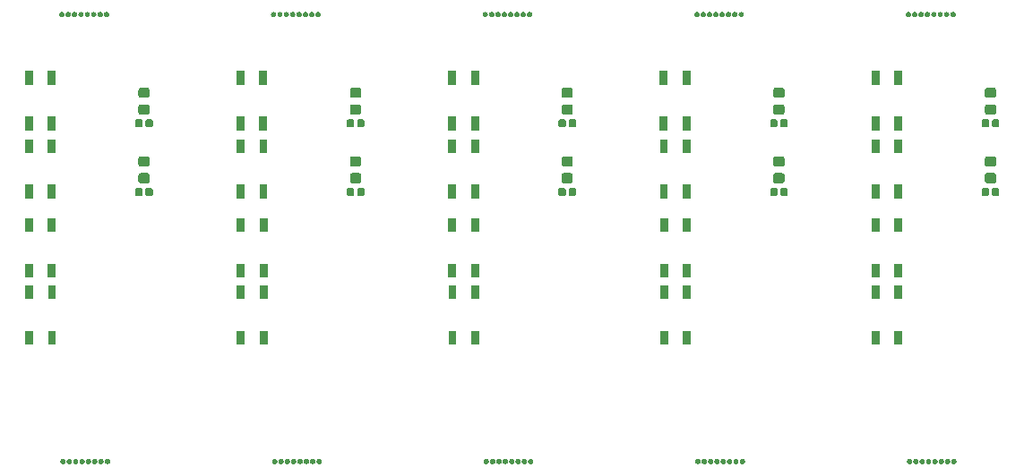
<source format=gbr>
G04 #@! TF.GenerationSoftware,KiCad,Pcbnew,(5.1.4)-1*
G04 #@! TF.CreationDate,2023-01-28T22:22:51+01:00*
G04 #@! TF.ProjectId,REG1-Front-Universal - Kopie,52454731-2d46-4726-9f6e-742d556e6976,V00.01*
G04 #@! TF.SameCoordinates,Original*
G04 #@! TF.FileFunction,Soldermask,Top*
G04 #@! TF.FilePolarity,Negative*
%FSLAX46Y46*%
G04 Gerber Fmt 4.6, Leading zero omitted, Abs format (unit mm)*
G04 Created by KiCad (PCBNEW (5.1.4)-1) date 2023-01-28 22:22:51*
%MOMM*%
%LPD*%
G04 APERTURE LIST*
%ADD10C,0.100000*%
G04 APERTURE END LIST*
D10*
G36*
X167498967Y-151603823D02*
G01*
X167523214Y-151608646D01*
X167568893Y-151627567D01*
X167610003Y-151655036D01*
X167644964Y-151689997D01*
X167672433Y-151731107D01*
X167691354Y-151776786D01*
X167691354Y-151776787D01*
X167700962Y-151825087D01*
X167703807Y-151834466D01*
X167708428Y-151843111D01*
X167714082Y-151850000D01*
X167708427Y-151856891D01*
X167703807Y-151865535D01*
X167700962Y-151874913D01*
X167691354Y-151923214D01*
X167672433Y-151968893D01*
X167644964Y-152010003D01*
X167610003Y-152044964D01*
X167568893Y-152072433D01*
X167523214Y-152091354D01*
X167498967Y-152096177D01*
X167474722Y-152101000D01*
X167425278Y-152101000D01*
X167401033Y-152096177D01*
X167376786Y-152091354D01*
X167331107Y-152072433D01*
X167289997Y-152044964D01*
X167255036Y-152010003D01*
X167227567Y-151968893D01*
X167208646Y-151923214D01*
X167199038Y-151874913D01*
X167196193Y-151865534D01*
X167191572Y-151856889D01*
X167185918Y-151850000D01*
X167191573Y-151843109D01*
X167196193Y-151834465D01*
X167199038Y-151825087D01*
X167208646Y-151776787D01*
X167208646Y-151776786D01*
X167227567Y-151731107D01*
X167255036Y-151689997D01*
X167289997Y-151655036D01*
X167331107Y-151627567D01*
X167376786Y-151608646D01*
X167401033Y-151603823D01*
X167425278Y-151599000D01*
X167474722Y-151599000D01*
X167498967Y-151603823D01*
X167498967Y-151603823D01*
G37*
G36*
X168098967Y-151603823D02*
G01*
X168123214Y-151608646D01*
X168168893Y-151627567D01*
X168210003Y-151655036D01*
X168244964Y-151689997D01*
X168272433Y-151731107D01*
X168291354Y-151776786D01*
X168301000Y-151825279D01*
X168301000Y-151874721D01*
X168291354Y-151923214D01*
X168272433Y-151968893D01*
X168244964Y-152010003D01*
X168210003Y-152044964D01*
X168168893Y-152072433D01*
X168123214Y-152091354D01*
X168098967Y-152096177D01*
X168074722Y-152101000D01*
X168025278Y-152101000D01*
X168001033Y-152096177D01*
X167976786Y-152091354D01*
X167931107Y-152072433D01*
X167889997Y-152044964D01*
X167855036Y-152010003D01*
X167827567Y-151968893D01*
X167808646Y-151923214D01*
X167799038Y-151874913D01*
X167796193Y-151865534D01*
X167791572Y-151856889D01*
X167785918Y-151850000D01*
X167791573Y-151843109D01*
X167796193Y-151834465D01*
X167799038Y-151825087D01*
X167808646Y-151776787D01*
X167808646Y-151776786D01*
X167827567Y-151731107D01*
X167855036Y-151689997D01*
X167889997Y-151655036D01*
X167931107Y-151627567D01*
X167976786Y-151608646D01*
X168001033Y-151603823D01*
X168025278Y-151599000D01*
X168074722Y-151599000D01*
X168098967Y-151603823D01*
X168098967Y-151603823D01*
G37*
G36*
X188098967Y-151603823D02*
G01*
X188123214Y-151608646D01*
X188168893Y-151627567D01*
X188210003Y-151655036D01*
X188244964Y-151689997D01*
X188272433Y-151731107D01*
X188291354Y-151776786D01*
X188301000Y-151825279D01*
X188301000Y-151874721D01*
X188291354Y-151923214D01*
X188272433Y-151968893D01*
X188244964Y-152010003D01*
X188210003Y-152044964D01*
X188168893Y-152072433D01*
X188123214Y-152091354D01*
X188098967Y-152096177D01*
X188074722Y-152101000D01*
X188025278Y-152101000D01*
X188001033Y-152096177D01*
X187976786Y-152091354D01*
X187931107Y-152072433D01*
X187889997Y-152044964D01*
X187855036Y-152010003D01*
X187827567Y-151968893D01*
X187808646Y-151923214D01*
X187799038Y-151874913D01*
X187796193Y-151865534D01*
X187791572Y-151856889D01*
X187785918Y-151850000D01*
X187791573Y-151843109D01*
X187796193Y-151834465D01*
X187799038Y-151825087D01*
X187808646Y-151776787D01*
X187808646Y-151776786D01*
X187827567Y-151731107D01*
X187855036Y-151689997D01*
X187889997Y-151655036D01*
X187931107Y-151627567D01*
X187976786Y-151608646D01*
X188001033Y-151603823D01*
X188025278Y-151599000D01*
X188074722Y-151599000D01*
X188098967Y-151603823D01*
X188098967Y-151603823D01*
G37*
G36*
X186898967Y-151603823D02*
G01*
X186923214Y-151608646D01*
X186968893Y-151627567D01*
X187010003Y-151655036D01*
X187044964Y-151689997D01*
X187072433Y-151731107D01*
X187091354Y-151776786D01*
X187091354Y-151776787D01*
X187100962Y-151825087D01*
X187103807Y-151834466D01*
X187108428Y-151843111D01*
X187114082Y-151850000D01*
X187108427Y-151856891D01*
X187103807Y-151865535D01*
X187100962Y-151874913D01*
X187091354Y-151923214D01*
X187072433Y-151968893D01*
X187044964Y-152010003D01*
X187010003Y-152044964D01*
X186968893Y-152072433D01*
X186923214Y-152091354D01*
X186898967Y-152096177D01*
X186874722Y-152101000D01*
X186825278Y-152101000D01*
X186801033Y-152096177D01*
X186776786Y-152091354D01*
X186731107Y-152072433D01*
X186689997Y-152044964D01*
X186655036Y-152010003D01*
X186627567Y-151968893D01*
X186608646Y-151923214D01*
X186599038Y-151874913D01*
X186596193Y-151865534D01*
X186591572Y-151856889D01*
X186585918Y-151850000D01*
X186591573Y-151843109D01*
X186596193Y-151834465D01*
X186599038Y-151825087D01*
X186608646Y-151776787D01*
X186608646Y-151776786D01*
X186627567Y-151731107D01*
X186655036Y-151689997D01*
X186689997Y-151655036D01*
X186731107Y-151627567D01*
X186776786Y-151608646D01*
X186801033Y-151603823D01*
X186825278Y-151599000D01*
X186874722Y-151599000D01*
X186898967Y-151603823D01*
X186898967Y-151603823D01*
G37*
G36*
X187498967Y-151603823D02*
G01*
X187523214Y-151608646D01*
X187568893Y-151627567D01*
X187610003Y-151655036D01*
X187644964Y-151689997D01*
X187672433Y-151731107D01*
X187691354Y-151776786D01*
X187691354Y-151776787D01*
X187700962Y-151825087D01*
X187703807Y-151834466D01*
X187708428Y-151843111D01*
X187714082Y-151850000D01*
X187708427Y-151856891D01*
X187703807Y-151865535D01*
X187700962Y-151874913D01*
X187691354Y-151923214D01*
X187672433Y-151968893D01*
X187644964Y-152010003D01*
X187610003Y-152044964D01*
X187568893Y-152072433D01*
X187523214Y-152091354D01*
X187498967Y-152096177D01*
X187474722Y-152101000D01*
X187425278Y-152101000D01*
X187401033Y-152096177D01*
X187376786Y-152091354D01*
X187331107Y-152072433D01*
X187289997Y-152044964D01*
X187255036Y-152010003D01*
X187227567Y-151968893D01*
X187208646Y-151923214D01*
X187199038Y-151874913D01*
X187196193Y-151865534D01*
X187191572Y-151856889D01*
X187185918Y-151850000D01*
X187191573Y-151843109D01*
X187196193Y-151834465D01*
X187199038Y-151825087D01*
X187208646Y-151776787D01*
X187208646Y-151776786D01*
X187227567Y-151731107D01*
X187255036Y-151689997D01*
X187289997Y-151655036D01*
X187331107Y-151627567D01*
X187376786Y-151608646D01*
X187401033Y-151603823D01*
X187425278Y-151599000D01*
X187474722Y-151599000D01*
X187498967Y-151603823D01*
X187498967Y-151603823D01*
G37*
G36*
X186298967Y-151603823D02*
G01*
X186323214Y-151608646D01*
X186368893Y-151627567D01*
X186410003Y-151655036D01*
X186444964Y-151689997D01*
X186472433Y-151731107D01*
X186491354Y-151776786D01*
X186491354Y-151776787D01*
X186500962Y-151825087D01*
X186503807Y-151834466D01*
X186508428Y-151843111D01*
X186514082Y-151850000D01*
X186508427Y-151856891D01*
X186503807Y-151865535D01*
X186500962Y-151874913D01*
X186491354Y-151923214D01*
X186472433Y-151968893D01*
X186444964Y-152010003D01*
X186410003Y-152044964D01*
X186368893Y-152072433D01*
X186323214Y-152091354D01*
X186298967Y-152096177D01*
X186274722Y-152101000D01*
X186225278Y-152101000D01*
X186201033Y-152096177D01*
X186176786Y-152091354D01*
X186131107Y-152072433D01*
X186089997Y-152044964D01*
X186055036Y-152010003D01*
X186027567Y-151968893D01*
X186008646Y-151923214D01*
X185999038Y-151874913D01*
X185996193Y-151865534D01*
X185991572Y-151856889D01*
X185985918Y-151850000D01*
X185991573Y-151843109D01*
X185996193Y-151834465D01*
X185999038Y-151825087D01*
X186008646Y-151776787D01*
X186008646Y-151776786D01*
X186027567Y-151731107D01*
X186055036Y-151689997D01*
X186089997Y-151655036D01*
X186131107Y-151627567D01*
X186176786Y-151608646D01*
X186201033Y-151603823D01*
X186225278Y-151599000D01*
X186274722Y-151599000D01*
X186298967Y-151603823D01*
X186298967Y-151603823D01*
G37*
G36*
X183898967Y-151603823D02*
G01*
X183923214Y-151608646D01*
X183968893Y-151627567D01*
X184010003Y-151655036D01*
X184044964Y-151689997D01*
X184072433Y-151731107D01*
X184091354Y-151776786D01*
X184091354Y-151776787D01*
X184100962Y-151825087D01*
X184103807Y-151834466D01*
X184108428Y-151843111D01*
X184114082Y-151850000D01*
X184108427Y-151856891D01*
X184103807Y-151865535D01*
X184100962Y-151874913D01*
X184091354Y-151923214D01*
X184072433Y-151968893D01*
X184044964Y-152010003D01*
X184010003Y-152044964D01*
X183968893Y-152072433D01*
X183923214Y-152091354D01*
X183898967Y-152096177D01*
X183874722Y-152101000D01*
X183825278Y-152101000D01*
X183801033Y-152096177D01*
X183776786Y-152091354D01*
X183731107Y-152072433D01*
X183689997Y-152044964D01*
X183655036Y-152010003D01*
X183627567Y-151968893D01*
X183608646Y-151923214D01*
X183599000Y-151874721D01*
X183599000Y-151825279D01*
X183608646Y-151776786D01*
X183627567Y-151731107D01*
X183655036Y-151689997D01*
X183689997Y-151655036D01*
X183731107Y-151627567D01*
X183776786Y-151608646D01*
X183801033Y-151603823D01*
X183825278Y-151599000D01*
X183874722Y-151599000D01*
X183898967Y-151603823D01*
X183898967Y-151603823D01*
G37*
G36*
X184498967Y-151603823D02*
G01*
X184523214Y-151608646D01*
X184568893Y-151627567D01*
X184610003Y-151655036D01*
X184644964Y-151689997D01*
X184672433Y-151731107D01*
X184691354Y-151776786D01*
X184691354Y-151776787D01*
X184700962Y-151825087D01*
X184703807Y-151834466D01*
X184708428Y-151843111D01*
X184714082Y-151850000D01*
X184708427Y-151856891D01*
X184703807Y-151865535D01*
X184700962Y-151874913D01*
X184691354Y-151923214D01*
X184672433Y-151968893D01*
X184644964Y-152010003D01*
X184610003Y-152044964D01*
X184568893Y-152072433D01*
X184523214Y-152091354D01*
X184498967Y-152096177D01*
X184474722Y-152101000D01*
X184425278Y-152101000D01*
X184401033Y-152096177D01*
X184376786Y-152091354D01*
X184331107Y-152072433D01*
X184289997Y-152044964D01*
X184255036Y-152010003D01*
X184227567Y-151968893D01*
X184208646Y-151923214D01*
X184199038Y-151874913D01*
X184196193Y-151865534D01*
X184191572Y-151856889D01*
X184185918Y-151850000D01*
X184191573Y-151843109D01*
X184196193Y-151834465D01*
X184199038Y-151825087D01*
X184208646Y-151776787D01*
X184208646Y-151776786D01*
X184227567Y-151731107D01*
X184255036Y-151689997D01*
X184289997Y-151655036D01*
X184331107Y-151627567D01*
X184376786Y-151608646D01*
X184401033Y-151603823D01*
X184425278Y-151599000D01*
X184474722Y-151599000D01*
X184498967Y-151603823D01*
X184498967Y-151603823D01*
G37*
G36*
X185698967Y-151603823D02*
G01*
X185723214Y-151608646D01*
X185768893Y-151627567D01*
X185810003Y-151655036D01*
X185844964Y-151689997D01*
X185872433Y-151731107D01*
X185891354Y-151776786D01*
X185891354Y-151776787D01*
X185900962Y-151825087D01*
X185903807Y-151834466D01*
X185908428Y-151843111D01*
X185914082Y-151850000D01*
X185908427Y-151856891D01*
X185903807Y-151865535D01*
X185900962Y-151874913D01*
X185891354Y-151923214D01*
X185872433Y-151968893D01*
X185844964Y-152010003D01*
X185810003Y-152044964D01*
X185768893Y-152072433D01*
X185723214Y-152091354D01*
X185698967Y-152096177D01*
X185674722Y-152101000D01*
X185625278Y-152101000D01*
X185601033Y-152096177D01*
X185576786Y-152091354D01*
X185531107Y-152072433D01*
X185489997Y-152044964D01*
X185455036Y-152010003D01*
X185427567Y-151968893D01*
X185408646Y-151923214D01*
X185399038Y-151874913D01*
X185396193Y-151865534D01*
X185391572Y-151856889D01*
X185385918Y-151850000D01*
X185391573Y-151843109D01*
X185396193Y-151834465D01*
X185399038Y-151825087D01*
X185408646Y-151776787D01*
X185408646Y-151776786D01*
X185427567Y-151731107D01*
X185455036Y-151689997D01*
X185489997Y-151655036D01*
X185531107Y-151627567D01*
X185576786Y-151608646D01*
X185601033Y-151603823D01*
X185625278Y-151599000D01*
X185674722Y-151599000D01*
X185698967Y-151603823D01*
X185698967Y-151603823D01*
G37*
G36*
X185098967Y-151603823D02*
G01*
X185123214Y-151608646D01*
X185168893Y-151627567D01*
X185210003Y-151655036D01*
X185244964Y-151689997D01*
X185272433Y-151731107D01*
X185291354Y-151776786D01*
X185291354Y-151776787D01*
X185300962Y-151825087D01*
X185303807Y-151834466D01*
X185308428Y-151843111D01*
X185314082Y-151850000D01*
X185308427Y-151856891D01*
X185303807Y-151865535D01*
X185300962Y-151874913D01*
X185291354Y-151923214D01*
X185272433Y-151968893D01*
X185244964Y-152010003D01*
X185210003Y-152044964D01*
X185168893Y-152072433D01*
X185123214Y-152091354D01*
X185098967Y-152096177D01*
X185074722Y-152101000D01*
X185025278Y-152101000D01*
X185001033Y-152096177D01*
X184976786Y-152091354D01*
X184931107Y-152072433D01*
X184889997Y-152044964D01*
X184855036Y-152010003D01*
X184827567Y-151968893D01*
X184808646Y-151923214D01*
X184799038Y-151874913D01*
X184796193Y-151865534D01*
X184791572Y-151856889D01*
X184785918Y-151850000D01*
X184791573Y-151843109D01*
X184796193Y-151834465D01*
X184799038Y-151825087D01*
X184808646Y-151776787D01*
X184808646Y-151776786D01*
X184827567Y-151731107D01*
X184855036Y-151689997D01*
X184889997Y-151655036D01*
X184931107Y-151627567D01*
X184976786Y-151608646D01*
X185001033Y-151603823D01*
X185025278Y-151599000D01*
X185074722Y-151599000D01*
X185098967Y-151603823D01*
X185098967Y-151603823D01*
G37*
G36*
X166898967Y-151603823D02*
G01*
X166923214Y-151608646D01*
X166968893Y-151627567D01*
X167010003Y-151655036D01*
X167044964Y-151689997D01*
X167072433Y-151731107D01*
X167091354Y-151776786D01*
X167091354Y-151776787D01*
X167100962Y-151825087D01*
X167103807Y-151834466D01*
X167108428Y-151843111D01*
X167114082Y-151850000D01*
X167108427Y-151856891D01*
X167103807Y-151865535D01*
X167100962Y-151874913D01*
X167091354Y-151923214D01*
X167072433Y-151968893D01*
X167044964Y-152010003D01*
X167010003Y-152044964D01*
X166968893Y-152072433D01*
X166923214Y-152091354D01*
X166898967Y-152096177D01*
X166874722Y-152101000D01*
X166825278Y-152101000D01*
X166801033Y-152096177D01*
X166776786Y-152091354D01*
X166731107Y-152072433D01*
X166689997Y-152044964D01*
X166655036Y-152010003D01*
X166627567Y-151968893D01*
X166608646Y-151923214D01*
X166599038Y-151874913D01*
X166596193Y-151865534D01*
X166591572Y-151856889D01*
X166585918Y-151850000D01*
X166591573Y-151843109D01*
X166596193Y-151834465D01*
X166599038Y-151825087D01*
X166608646Y-151776787D01*
X166608646Y-151776786D01*
X166627567Y-151731107D01*
X166655036Y-151689997D01*
X166689997Y-151655036D01*
X166731107Y-151627567D01*
X166776786Y-151608646D01*
X166801033Y-151603823D01*
X166825278Y-151599000D01*
X166874722Y-151599000D01*
X166898967Y-151603823D01*
X166898967Y-151603823D01*
G37*
G36*
X143898967Y-151603823D02*
G01*
X143923214Y-151608646D01*
X143968893Y-151627567D01*
X144010003Y-151655036D01*
X144044964Y-151689997D01*
X144072433Y-151731107D01*
X144091354Y-151776786D01*
X144091354Y-151776787D01*
X144100962Y-151825087D01*
X144103807Y-151834466D01*
X144108428Y-151843111D01*
X144114082Y-151850000D01*
X144108427Y-151856891D01*
X144103807Y-151865535D01*
X144100962Y-151874913D01*
X144091354Y-151923214D01*
X144072433Y-151968893D01*
X144044964Y-152010003D01*
X144010003Y-152044964D01*
X143968893Y-152072433D01*
X143923214Y-152091354D01*
X143898967Y-152096177D01*
X143874722Y-152101000D01*
X143825278Y-152101000D01*
X143801033Y-152096177D01*
X143776786Y-152091354D01*
X143731107Y-152072433D01*
X143689997Y-152044964D01*
X143655036Y-152010003D01*
X143627567Y-151968893D01*
X143608646Y-151923214D01*
X143599000Y-151874721D01*
X143599000Y-151825279D01*
X143608646Y-151776786D01*
X143627567Y-151731107D01*
X143655036Y-151689997D01*
X143689997Y-151655036D01*
X143731107Y-151627567D01*
X143776786Y-151608646D01*
X143801033Y-151603823D01*
X143825278Y-151599000D01*
X143874722Y-151599000D01*
X143898967Y-151603823D01*
X143898967Y-151603823D01*
G37*
G36*
X166298967Y-151603823D02*
G01*
X166323214Y-151608646D01*
X166368893Y-151627567D01*
X166410003Y-151655036D01*
X166444964Y-151689997D01*
X166472433Y-151731107D01*
X166491354Y-151776786D01*
X166491354Y-151776787D01*
X166500962Y-151825087D01*
X166503807Y-151834466D01*
X166508428Y-151843111D01*
X166514082Y-151850000D01*
X166508427Y-151856891D01*
X166503807Y-151865535D01*
X166500962Y-151874913D01*
X166491354Y-151923214D01*
X166472433Y-151968893D01*
X166444964Y-152010003D01*
X166410003Y-152044964D01*
X166368893Y-152072433D01*
X166323214Y-152091354D01*
X166298967Y-152096177D01*
X166274722Y-152101000D01*
X166225278Y-152101000D01*
X166201033Y-152096177D01*
X166176786Y-152091354D01*
X166131107Y-152072433D01*
X166089997Y-152044964D01*
X166055036Y-152010003D01*
X166027567Y-151968893D01*
X166008646Y-151923214D01*
X165999038Y-151874913D01*
X165996193Y-151865534D01*
X165991572Y-151856889D01*
X165985918Y-151850000D01*
X165991573Y-151843109D01*
X165996193Y-151834465D01*
X165999038Y-151825087D01*
X166008646Y-151776787D01*
X166008646Y-151776786D01*
X166027567Y-151731107D01*
X166055036Y-151689997D01*
X166089997Y-151655036D01*
X166131107Y-151627567D01*
X166176786Y-151608646D01*
X166201033Y-151603823D01*
X166225278Y-151599000D01*
X166274722Y-151599000D01*
X166298967Y-151603823D01*
X166298967Y-151603823D01*
G37*
G36*
X163898967Y-151603823D02*
G01*
X163923214Y-151608646D01*
X163968893Y-151627567D01*
X164010003Y-151655036D01*
X164044964Y-151689997D01*
X164072433Y-151731107D01*
X164091354Y-151776786D01*
X164091354Y-151776787D01*
X164100962Y-151825087D01*
X164103807Y-151834466D01*
X164108428Y-151843111D01*
X164114082Y-151850000D01*
X164108427Y-151856891D01*
X164103807Y-151865535D01*
X164100962Y-151874913D01*
X164091354Y-151923214D01*
X164072433Y-151968893D01*
X164044964Y-152010003D01*
X164010003Y-152044964D01*
X163968893Y-152072433D01*
X163923214Y-152091354D01*
X163898967Y-152096177D01*
X163874722Y-152101000D01*
X163825278Y-152101000D01*
X163801033Y-152096177D01*
X163776786Y-152091354D01*
X163731107Y-152072433D01*
X163689997Y-152044964D01*
X163655036Y-152010003D01*
X163627567Y-151968893D01*
X163608646Y-151923214D01*
X163599000Y-151874721D01*
X163599000Y-151825279D01*
X163608646Y-151776786D01*
X163627567Y-151731107D01*
X163655036Y-151689997D01*
X163689997Y-151655036D01*
X163731107Y-151627567D01*
X163776786Y-151608646D01*
X163801033Y-151603823D01*
X163825278Y-151599000D01*
X163874722Y-151599000D01*
X163898967Y-151603823D01*
X163898967Y-151603823D01*
G37*
G36*
X164498967Y-151603823D02*
G01*
X164523214Y-151608646D01*
X164568893Y-151627567D01*
X164610003Y-151655036D01*
X164644964Y-151689997D01*
X164672433Y-151731107D01*
X164691354Y-151776786D01*
X164691354Y-151776787D01*
X164700962Y-151825087D01*
X164703807Y-151834466D01*
X164708428Y-151843111D01*
X164714082Y-151850000D01*
X164708427Y-151856891D01*
X164703807Y-151865535D01*
X164700962Y-151874913D01*
X164691354Y-151923214D01*
X164672433Y-151968893D01*
X164644964Y-152010003D01*
X164610003Y-152044964D01*
X164568893Y-152072433D01*
X164523214Y-152091354D01*
X164498967Y-152096177D01*
X164474722Y-152101000D01*
X164425278Y-152101000D01*
X164401033Y-152096177D01*
X164376786Y-152091354D01*
X164331107Y-152072433D01*
X164289997Y-152044964D01*
X164255036Y-152010003D01*
X164227567Y-151968893D01*
X164208646Y-151923214D01*
X164199038Y-151874913D01*
X164196193Y-151865534D01*
X164191572Y-151856889D01*
X164185918Y-151850000D01*
X164191573Y-151843109D01*
X164196193Y-151834465D01*
X164199038Y-151825087D01*
X164208646Y-151776787D01*
X164208646Y-151776786D01*
X164227567Y-151731107D01*
X164255036Y-151689997D01*
X164289997Y-151655036D01*
X164331107Y-151627567D01*
X164376786Y-151608646D01*
X164401033Y-151603823D01*
X164425278Y-151599000D01*
X164474722Y-151599000D01*
X164498967Y-151603823D01*
X164498967Y-151603823D01*
G37*
G36*
X165698967Y-151603823D02*
G01*
X165723214Y-151608646D01*
X165768893Y-151627567D01*
X165810003Y-151655036D01*
X165844964Y-151689997D01*
X165872433Y-151731107D01*
X165891354Y-151776786D01*
X165891354Y-151776787D01*
X165900962Y-151825087D01*
X165903807Y-151834466D01*
X165908428Y-151843111D01*
X165914082Y-151850000D01*
X165908427Y-151856891D01*
X165903807Y-151865535D01*
X165900962Y-151874913D01*
X165891354Y-151923214D01*
X165872433Y-151968893D01*
X165844964Y-152010003D01*
X165810003Y-152044964D01*
X165768893Y-152072433D01*
X165723214Y-152091354D01*
X165698967Y-152096177D01*
X165674722Y-152101000D01*
X165625278Y-152101000D01*
X165601033Y-152096177D01*
X165576786Y-152091354D01*
X165531107Y-152072433D01*
X165489997Y-152044964D01*
X165455036Y-152010003D01*
X165427567Y-151968893D01*
X165408646Y-151923214D01*
X165399038Y-151874913D01*
X165396193Y-151865534D01*
X165391572Y-151856889D01*
X165385918Y-151850000D01*
X165391573Y-151843109D01*
X165396193Y-151834465D01*
X165399038Y-151825087D01*
X165408646Y-151776787D01*
X165408646Y-151776786D01*
X165427567Y-151731107D01*
X165455036Y-151689997D01*
X165489997Y-151655036D01*
X165531107Y-151627567D01*
X165576786Y-151608646D01*
X165601033Y-151603823D01*
X165625278Y-151599000D01*
X165674722Y-151599000D01*
X165698967Y-151603823D01*
X165698967Y-151603823D01*
G37*
G36*
X165098967Y-151603823D02*
G01*
X165123214Y-151608646D01*
X165168893Y-151627567D01*
X165210003Y-151655036D01*
X165244964Y-151689997D01*
X165272433Y-151731107D01*
X165291354Y-151776786D01*
X165291354Y-151776787D01*
X165300962Y-151825087D01*
X165303807Y-151834466D01*
X165308428Y-151843111D01*
X165314082Y-151850000D01*
X165308427Y-151856891D01*
X165303807Y-151865535D01*
X165300962Y-151874913D01*
X165291354Y-151923214D01*
X165272433Y-151968893D01*
X165244964Y-152010003D01*
X165210003Y-152044964D01*
X165168893Y-152072433D01*
X165123214Y-152091354D01*
X165098967Y-152096177D01*
X165074722Y-152101000D01*
X165025278Y-152101000D01*
X165001033Y-152096177D01*
X164976786Y-152091354D01*
X164931107Y-152072433D01*
X164889997Y-152044964D01*
X164855036Y-152010003D01*
X164827567Y-151968893D01*
X164808646Y-151923214D01*
X164799038Y-151874913D01*
X164796193Y-151865534D01*
X164791572Y-151856889D01*
X164785918Y-151850000D01*
X164791573Y-151843109D01*
X164796193Y-151834465D01*
X164799038Y-151825087D01*
X164808646Y-151776787D01*
X164808646Y-151776786D01*
X164827567Y-151731107D01*
X164855036Y-151689997D01*
X164889997Y-151655036D01*
X164931107Y-151627567D01*
X164976786Y-151608646D01*
X165001033Y-151603823D01*
X165025278Y-151599000D01*
X165074722Y-151599000D01*
X165098967Y-151603823D01*
X165098967Y-151603823D01*
G37*
G36*
X146898967Y-151603823D02*
G01*
X146923214Y-151608646D01*
X146968893Y-151627567D01*
X147010003Y-151655036D01*
X147044964Y-151689997D01*
X147072433Y-151731107D01*
X147091354Y-151776786D01*
X147091354Y-151776787D01*
X147100962Y-151825087D01*
X147103807Y-151834466D01*
X147108428Y-151843111D01*
X147114082Y-151850000D01*
X147108427Y-151856891D01*
X147103807Y-151865535D01*
X147100962Y-151874913D01*
X147091354Y-151923214D01*
X147072433Y-151968893D01*
X147044964Y-152010003D01*
X147010003Y-152044964D01*
X146968893Y-152072433D01*
X146923214Y-152091354D01*
X146898967Y-152096177D01*
X146874722Y-152101000D01*
X146825278Y-152101000D01*
X146801033Y-152096177D01*
X146776786Y-152091354D01*
X146731107Y-152072433D01*
X146689997Y-152044964D01*
X146655036Y-152010003D01*
X146627567Y-151968893D01*
X146608646Y-151923214D01*
X146599038Y-151874913D01*
X146596193Y-151865534D01*
X146591572Y-151856889D01*
X146585918Y-151850000D01*
X146591573Y-151843109D01*
X146596193Y-151834465D01*
X146599038Y-151825087D01*
X146608646Y-151776787D01*
X146608646Y-151776786D01*
X146627567Y-151731107D01*
X146655036Y-151689997D01*
X146689997Y-151655036D01*
X146731107Y-151627567D01*
X146776786Y-151608646D01*
X146801033Y-151603823D01*
X146825278Y-151599000D01*
X146874722Y-151599000D01*
X146898967Y-151603823D01*
X146898967Y-151603823D01*
G37*
G36*
X148098967Y-151603823D02*
G01*
X148123214Y-151608646D01*
X148168893Y-151627567D01*
X148210003Y-151655036D01*
X148244964Y-151689997D01*
X148272433Y-151731107D01*
X148291354Y-151776786D01*
X148301000Y-151825279D01*
X148301000Y-151874721D01*
X148291354Y-151923214D01*
X148272433Y-151968893D01*
X148244964Y-152010003D01*
X148210003Y-152044964D01*
X148168893Y-152072433D01*
X148123214Y-152091354D01*
X148098967Y-152096177D01*
X148074722Y-152101000D01*
X148025278Y-152101000D01*
X148001033Y-152096177D01*
X147976786Y-152091354D01*
X147931107Y-152072433D01*
X147889997Y-152044964D01*
X147855036Y-152010003D01*
X147827567Y-151968893D01*
X147808646Y-151923214D01*
X147799038Y-151874913D01*
X147796193Y-151865534D01*
X147791572Y-151856889D01*
X147785918Y-151850000D01*
X147791573Y-151843109D01*
X147796193Y-151834465D01*
X147799038Y-151825087D01*
X147808646Y-151776787D01*
X147808646Y-151776786D01*
X147827567Y-151731107D01*
X147855036Y-151689997D01*
X147889997Y-151655036D01*
X147931107Y-151627567D01*
X147976786Y-151608646D01*
X148001033Y-151603823D01*
X148025278Y-151599000D01*
X148074722Y-151599000D01*
X148098967Y-151603823D01*
X148098967Y-151603823D01*
G37*
G36*
X147498967Y-151603823D02*
G01*
X147523214Y-151608646D01*
X147568893Y-151627567D01*
X147610003Y-151655036D01*
X147644964Y-151689997D01*
X147672433Y-151731107D01*
X147691354Y-151776786D01*
X147691354Y-151776787D01*
X147700962Y-151825087D01*
X147703807Y-151834466D01*
X147708428Y-151843111D01*
X147714082Y-151850000D01*
X147708427Y-151856891D01*
X147703807Y-151865535D01*
X147700962Y-151874913D01*
X147691354Y-151923214D01*
X147672433Y-151968893D01*
X147644964Y-152010003D01*
X147610003Y-152044964D01*
X147568893Y-152072433D01*
X147523214Y-152091354D01*
X147498967Y-152096177D01*
X147474722Y-152101000D01*
X147425278Y-152101000D01*
X147401033Y-152096177D01*
X147376786Y-152091354D01*
X147331107Y-152072433D01*
X147289997Y-152044964D01*
X147255036Y-152010003D01*
X147227567Y-151968893D01*
X147208646Y-151923214D01*
X147199038Y-151874913D01*
X147196193Y-151865534D01*
X147191572Y-151856889D01*
X147185918Y-151850000D01*
X147191573Y-151843109D01*
X147196193Y-151834465D01*
X147199038Y-151825087D01*
X147208646Y-151776787D01*
X147208646Y-151776786D01*
X147227567Y-151731107D01*
X147255036Y-151689997D01*
X147289997Y-151655036D01*
X147331107Y-151627567D01*
X147376786Y-151608646D01*
X147401033Y-151603823D01*
X147425278Y-151599000D01*
X147474722Y-151599000D01*
X147498967Y-151603823D01*
X147498967Y-151603823D01*
G37*
G36*
X125698967Y-151603823D02*
G01*
X125723214Y-151608646D01*
X125768893Y-151627567D01*
X125810003Y-151655036D01*
X125844964Y-151689997D01*
X125872433Y-151731107D01*
X125891354Y-151776786D01*
X125891354Y-151776787D01*
X125900962Y-151825087D01*
X125903807Y-151834466D01*
X125908428Y-151843111D01*
X125914082Y-151850000D01*
X125908427Y-151856891D01*
X125903807Y-151865535D01*
X125900962Y-151874913D01*
X125891354Y-151923214D01*
X125872433Y-151968893D01*
X125844964Y-152010003D01*
X125810003Y-152044964D01*
X125768893Y-152072433D01*
X125723214Y-152091354D01*
X125698967Y-152096177D01*
X125674722Y-152101000D01*
X125625278Y-152101000D01*
X125601033Y-152096177D01*
X125576786Y-152091354D01*
X125531107Y-152072433D01*
X125489997Y-152044964D01*
X125455036Y-152010003D01*
X125427567Y-151968893D01*
X125408646Y-151923214D01*
X125399038Y-151874913D01*
X125396193Y-151865534D01*
X125391572Y-151856889D01*
X125385918Y-151850000D01*
X125391573Y-151843109D01*
X125396193Y-151834465D01*
X125399038Y-151825087D01*
X125408646Y-151776787D01*
X125408646Y-151776786D01*
X125427567Y-151731107D01*
X125455036Y-151689997D01*
X125489997Y-151655036D01*
X125531107Y-151627567D01*
X125576786Y-151608646D01*
X125601033Y-151603823D01*
X125625278Y-151599000D01*
X125674722Y-151599000D01*
X125698967Y-151603823D01*
X125698967Y-151603823D01*
G37*
G36*
X108098967Y-151603823D02*
G01*
X108123214Y-151608646D01*
X108168893Y-151627567D01*
X108210003Y-151655036D01*
X108244964Y-151689997D01*
X108272433Y-151731107D01*
X108291354Y-151776786D01*
X108301000Y-151825279D01*
X108301000Y-151874721D01*
X108291354Y-151923214D01*
X108272433Y-151968893D01*
X108244964Y-152010003D01*
X108210003Y-152044964D01*
X108168893Y-152072433D01*
X108123214Y-152091354D01*
X108098967Y-152096177D01*
X108074722Y-152101000D01*
X108025278Y-152101000D01*
X108001033Y-152096177D01*
X107976786Y-152091354D01*
X107931107Y-152072433D01*
X107889997Y-152044964D01*
X107855036Y-152010003D01*
X107827567Y-151968893D01*
X107808646Y-151923214D01*
X107799038Y-151874913D01*
X107796193Y-151865534D01*
X107791572Y-151856889D01*
X107785918Y-151850000D01*
X107791573Y-151843109D01*
X107796193Y-151834465D01*
X107799038Y-151825087D01*
X107808646Y-151776787D01*
X107808646Y-151776786D01*
X107827567Y-151731107D01*
X107855036Y-151689997D01*
X107889997Y-151655036D01*
X107931107Y-151627567D01*
X107976786Y-151608646D01*
X108001033Y-151603823D01*
X108025278Y-151599000D01*
X108074722Y-151599000D01*
X108098967Y-151603823D01*
X108098967Y-151603823D01*
G37*
G36*
X144498967Y-151603823D02*
G01*
X144523214Y-151608646D01*
X144568893Y-151627567D01*
X144610003Y-151655036D01*
X144644964Y-151689997D01*
X144672433Y-151731107D01*
X144691354Y-151776786D01*
X144691354Y-151776787D01*
X144700962Y-151825087D01*
X144703807Y-151834466D01*
X144708428Y-151843111D01*
X144714082Y-151850000D01*
X144708427Y-151856891D01*
X144703807Y-151865535D01*
X144700962Y-151874913D01*
X144691354Y-151923214D01*
X144672433Y-151968893D01*
X144644964Y-152010003D01*
X144610003Y-152044964D01*
X144568893Y-152072433D01*
X144523214Y-152091354D01*
X144498967Y-152096177D01*
X144474722Y-152101000D01*
X144425278Y-152101000D01*
X144401033Y-152096177D01*
X144376786Y-152091354D01*
X144331107Y-152072433D01*
X144289997Y-152044964D01*
X144255036Y-152010003D01*
X144227567Y-151968893D01*
X144208646Y-151923214D01*
X144199038Y-151874913D01*
X144196193Y-151865534D01*
X144191572Y-151856889D01*
X144185918Y-151850000D01*
X144191573Y-151843109D01*
X144196193Y-151834465D01*
X144199038Y-151825087D01*
X144208646Y-151776787D01*
X144208646Y-151776786D01*
X144227567Y-151731107D01*
X144255036Y-151689997D01*
X144289997Y-151655036D01*
X144331107Y-151627567D01*
X144376786Y-151608646D01*
X144401033Y-151603823D01*
X144425278Y-151599000D01*
X144474722Y-151599000D01*
X144498967Y-151603823D01*
X144498967Y-151603823D01*
G37*
G36*
X145698967Y-151603823D02*
G01*
X145723214Y-151608646D01*
X145768893Y-151627567D01*
X145810003Y-151655036D01*
X145844964Y-151689997D01*
X145872433Y-151731107D01*
X145891354Y-151776786D01*
X145891354Y-151776787D01*
X145900962Y-151825087D01*
X145903807Y-151834466D01*
X145908428Y-151843111D01*
X145914082Y-151850000D01*
X145908427Y-151856891D01*
X145903807Y-151865535D01*
X145900962Y-151874913D01*
X145891354Y-151923214D01*
X145872433Y-151968893D01*
X145844964Y-152010003D01*
X145810003Y-152044964D01*
X145768893Y-152072433D01*
X145723214Y-152091354D01*
X145698967Y-152096177D01*
X145674722Y-152101000D01*
X145625278Y-152101000D01*
X145601033Y-152096177D01*
X145576786Y-152091354D01*
X145531107Y-152072433D01*
X145489997Y-152044964D01*
X145455036Y-152010003D01*
X145427567Y-151968893D01*
X145408646Y-151923214D01*
X145399038Y-151874913D01*
X145396193Y-151865534D01*
X145391572Y-151856889D01*
X145385918Y-151850000D01*
X145391573Y-151843109D01*
X145396193Y-151834465D01*
X145399038Y-151825087D01*
X145408646Y-151776787D01*
X145408646Y-151776786D01*
X145427567Y-151731107D01*
X145455036Y-151689997D01*
X145489997Y-151655036D01*
X145531107Y-151627567D01*
X145576786Y-151608646D01*
X145601033Y-151603823D01*
X145625278Y-151599000D01*
X145674722Y-151599000D01*
X145698967Y-151603823D01*
X145698967Y-151603823D01*
G37*
G36*
X145098967Y-151603823D02*
G01*
X145123214Y-151608646D01*
X145168893Y-151627567D01*
X145210003Y-151655036D01*
X145244964Y-151689997D01*
X145272433Y-151731107D01*
X145291354Y-151776786D01*
X145291354Y-151776787D01*
X145300962Y-151825087D01*
X145303807Y-151834466D01*
X145308428Y-151843111D01*
X145314082Y-151850000D01*
X145308427Y-151856891D01*
X145303807Y-151865535D01*
X145300962Y-151874913D01*
X145291354Y-151923214D01*
X145272433Y-151968893D01*
X145244964Y-152010003D01*
X145210003Y-152044964D01*
X145168893Y-152072433D01*
X145123214Y-152091354D01*
X145098967Y-152096177D01*
X145074722Y-152101000D01*
X145025278Y-152101000D01*
X145001033Y-152096177D01*
X144976786Y-152091354D01*
X144931107Y-152072433D01*
X144889997Y-152044964D01*
X144855036Y-152010003D01*
X144827567Y-151968893D01*
X144808646Y-151923214D01*
X144799038Y-151874913D01*
X144796193Y-151865534D01*
X144791572Y-151856889D01*
X144785918Y-151850000D01*
X144791573Y-151843109D01*
X144796193Y-151834465D01*
X144799038Y-151825087D01*
X144808646Y-151776787D01*
X144808646Y-151776786D01*
X144827567Y-151731107D01*
X144855036Y-151689997D01*
X144889997Y-151655036D01*
X144931107Y-151627567D01*
X144976786Y-151608646D01*
X145001033Y-151603823D01*
X145025278Y-151599000D01*
X145074722Y-151599000D01*
X145098967Y-151603823D01*
X145098967Y-151603823D01*
G37*
G36*
X126898967Y-151603823D02*
G01*
X126923214Y-151608646D01*
X126968893Y-151627567D01*
X127010003Y-151655036D01*
X127044964Y-151689997D01*
X127072433Y-151731107D01*
X127091354Y-151776786D01*
X127091354Y-151776787D01*
X127100962Y-151825087D01*
X127103807Y-151834466D01*
X127108428Y-151843111D01*
X127114082Y-151850000D01*
X127108427Y-151856891D01*
X127103807Y-151865535D01*
X127100962Y-151874913D01*
X127091354Y-151923214D01*
X127072433Y-151968893D01*
X127044964Y-152010003D01*
X127010003Y-152044964D01*
X126968893Y-152072433D01*
X126923214Y-152091354D01*
X126898967Y-152096177D01*
X126874722Y-152101000D01*
X126825278Y-152101000D01*
X126801033Y-152096177D01*
X126776786Y-152091354D01*
X126731107Y-152072433D01*
X126689997Y-152044964D01*
X126655036Y-152010003D01*
X126627567Y-151968893D01*
X126608646Y-151923214D01*
X126599038Y-151874913D01*
X126596193Y-151865534D01*
X126591572Y-151856889D01*
X126585918Y-151850000D01*
X126591573Y-151843109D01*
X126596193Y-151834465D01*
X126599038Y-151825087D01*
X126608646Y-151776787D01*
X126608646Y-151776786D01*
X126627567Y-151731107D01*
X126655036Y-151689997D01*
X126689997Y-151655036D01*
X126731107Y-151627567D01*
X126776786Y-151608646D01*
X126801033Y-151603823D01*
X126825278Y-151599000D01*
X126874722Y-151599000D01*
X126898967Y-151603823D01*
X126898967Y-151603823D01*
G37*
G36*
X128098967Y-151603823D02*
G01*
X128123214Y-151608646D01*
X128168893Y-151627567D01*
X128210003Y-151655036D01*
X128244964Y-151689997D01*
X128272433Y-151731107D01*
X128291354Y-151776786D01*
X128301000Y-151825279D01*
X128301000Y-151874721D01*
X128291354Y-151923214D01*
X128272433Y-151968893D01*
X128244964Y-152010003D01*
X128210003Y-152044964D01*
X128168893Y-152072433D01*
X128123214Y-152091354D01*
X128098967Y-152096177D01*
X128074722Y-152101000D01*
X128025278Y-152101000D01*
X128001033Y-152096177D01*
X127976786Y-152091354D01*
X127931107Y-152072433D01*
X127889997Y-152044964D01*
X127855036Y-152010003D01*
X127827567Y-151968893D01*
X127808646Y-151923214D01*
X127799038Y-151874913D01*
X127796193Y-151865534D01*
X127791572Y-151856889D01*
X127785918Y-151850000D01*
X127791573Y-151843109D01*
X127796193Y-151834465D01*
X127799038Y-151825087D01*
X127808646Y-151776787D01*
X127808646Y-151776786D01*
X127827567Y-151731107D01*
X127855036Y-151689997D01*
X127889997Y-151655036D01*
X127931107Y-151627567D01*
X127976786Y-151608646D01*
X128001033Y-151603823D01*
X128025278Y-151599000D01*
X128074722Y-151599000D01*
X128098967Y-151603823D01*
X128098967Y-151603823D01*
G37*
G36*
X127498967Y-151603823D02*
G01*
X127523214Y-151608646D01*
X127568893Y-151627567D01*
X127610003Y-151655036D01*
X127644964Y-151689997D01*
X127672433Y-151731107D01*
X127691354Y-151776786D01*
X127691354Y-151776787D01*
X127700962Y-151825087D01*
X127703807Y-151834466D01*
X127708428Y-151843111D01*
X127714082Y-151850000D01*
X127708427Y-151856891D01*
X127703807Y-151865535D01*
X127700962Y-151874913D01*
X127691354Y-151923214D01*
X127672433Y-151968893D01*
X127644964Y-152010003D01*
X127610003Y-152044964D01*
X127568893Y-152072433D01*
X127523214Y-152091354D01*
X127498967Y-152096177D01*
X127474722Y-152101000D01*
X127425278Y-152101000D01*
X127401033Y-152096177D01*
X127376786Y-152091354D01*
X127331107Y-152072433D01*
X127289997Y-152044964D01*
X127255036Y-152010003D01*
X127227567Y-151968893D01*
X127208646Y-151923214D01*
X127199038Y-151874913D01*
X127196193Y-151865534D01*
X127191572Y-151856889D01*
X127185918Y-151850000D01*
X127191573Y-151843109D01*
X127196193Y-151834465D01*
X127199038Y-151825087D01*
X127208646Y-151776787D01*
X127208646Y-151776786D01*
X127227567Y-151731107D01*
X127255036Y-151689997D01*
X127289997Y-151655036D01*
X127331107Y-151627567D01*
X127376786Y-151608646D01*
X127401033Y-151603823D01*
X127425278Y-151599000D01*
X127474722Y-151599000D01*
X127498967Y-151603823D01*
X127498967Y-151603823D01*
G37*
G36*
X126298967Y-151603823D02*
G01*
X126323214Y-151608646D01*
X126368893Y-151627567D01*
X126410003Y-151655036D01*
X126444964Y-151689997D01*
X126472433Y-151731107D01*
X126491354Y-151776786D01*
X126491354Y-151776787D01*
X126500962Y-151825087D01*
X126503807Y-151834466D01*
X126508428Y-151843111D01*
X126514082Y-151850000D01*
X126508427Y-151856891D01*
X126503807Y-151865535D01*
X126500962Y-151874913D01*
X126491354Y-151923214D01*
X126472433Y-151968893D01*
X126444964Y-152010003D01*
X126410003Y-152044964D01*
X126368893Y-152072433D01*
X126323214Y-152091354D01*
X126298967Y-152096177D01*
X126274722Y-152101000D01*
X126225278Y-152101000D01*
X126201033Y-152096177D01*
X126176786Y-152091354D01*
X126131107Y-152072433D01*
X126089997Y-152044964D01*
X126055036Y-152010003D01*
X126027567Y-151968893D01*
X126008646Y-151923214D01*
X125999038Y-151874913D01*
X125996193Y-151865534D01*
X125991572Y-151856889D01*
X125985918Y-151850000D01*
X125991573Y-151843109D01*
X125996193Y-151834465D01*
X125999038Y-151825087D01*
X126008646Y-151776787D01*
X126008646Y-151776786D01*
X126027567Y-151731107D01*
X126055036Y-151689997D01*
X126089997Y-151655036D01*
X126131107Y-151627567D01*
X126176786Y-151608646D01*
X126201033Y-151603823D01*
X126225278Y-151599000D01*
X126274722Y-151599000D01*
X126298967Y-151603823D01*
X126298967Y-151603823D01*
G37*
G36*
X123898967Y-151603823D02*
G01*
X123923214Y-151608646D01*
X123968893Y-151627567D01*
X124010003Y-151655036D01*
X124044964Y-151689997D01*
X124072433Y-151731107D01*
X124091354Y-151776786D01*
X124091354Y-151776787D01*
X124100962Y-151825087D01*
X124103807Y-151834466D01*
X124108428Y-151843111D01*
X124114082Y-151850000D01*
X124108427Y-151856891D01*
X124103807Y-151865535D01*
X124100962Y-151874913D01*
X124091354Y-151923214D01*
X124072433Y-151968893D01*
X124044964Y-152010003D01*
X124010003Y-152044964D01*
X123968893Y-152072433D01*
X123923214Y-152091354D01*
X123898967Y-152096177D01*
X123874722Y-152101000D01*
X123825278Y-152101000D01*
X123801033Y-152096177D01*
X123776786Y-152091354D01*
X123731107Y-152072433D01*
X123689997Y-152044964D01*
X123655036Y-152010003D01*
X123627567Y-151968893D01*
X123608646Y-151923214D01*
X123599000Y-151874721D01*
X123599000Y-151825279D01*
X123608646Y-151776786D01*
X123627567Y-151731107D01*
X123655036Y-151689997D01*
X123689997Y-151655036D01*
X123731107Y-151627567D01*
X123776786Y-151608646D01*
X123801033Y-151603823D01*
X123825278Y-151599000D01*
X123874722Y-151599000D01*
X123898967Y-151603823D01*
X123898967Y-151603823D01*
G37*
G36*
X124498967Y-151603823D02*
G01*
X124523214Y-151608646D01*
X124568893Y-151627567D01*
X124610003Y-151655036D01*
X124644964Y-151689997D01*
X124672433Y-151731107D01*
X124691354Y-151776786D01*
X124691354Y-151776787D01*
X124700962Y-151825087D01*
X124703807Y-151834466D01*
X124708428Y-151843111D01*
X124714082Y-151850000D01*
X124708427Y-151856891D01*
X124703807Y-151865535D01*
X124700962Y-151874913D01*
X124691354Y-151923214D01*
X124672433Y-151968893D01*
X124644964Y-152010003D01*
X124610003Y-152044964D01*
X124568893Y-152072433D01*
X124523214Y-152091354D01*
X124498967Y-152096177D01*
X124474722Y-152101000D01*
X124425278Y-152101000D01*
X124401033Y-152096177D01*
X124376786Y-152091354D01*
X124331107Y-152072433D01*
X124289997Y-152044964D01*
X124255036Y-152010003D01*
X124227567Y-151968893D01*
X124208646Y-151923214D01*
X124199038Y-151874913D01*
X124196193Y-151865534D01*
X124191572Y-151856889D01*
X124185918Y-151850000D01*
X124191573Y-151843109D01*
X124196193Y-151834465D01*
X124199038Y-151825087D01*
X124208646Y-151776787D01*
X124208646Y-151776786D01*
X124227567Y-151731107D01*
X124255036Y-151689997D01*
X124289997Y-151655036D01*
X124331107Y-151627567D01*
X124376786Y-151608646D01*
X124401033Y-151603823D01*
X124425278Y-151599000D01*
X124474722Y-151599000D01*
X124498967Y-151603823D01*
X124498967Y-151603823D01*
G37*
G36*
X125098967Y-151603823D02*
G01*
X125123214Y-151608646D01*
X125168893Y-151627567D01*
X125210003Y-151655036D01*
X125244964Y-151689997D01*
X125272433Y-151731107D01*
X125291354Y-151776786D01*
X125291354Y-151776787D01*
X125300962Y-151825087D01*
X125303807Y-151834466D01*
X125308428Y-151843111D01*
X125314082Y-151850000D01*
X125308427Y-151856891D01*
X125303807Y-151865535D01*
X125300962Y-151874913D01*
X125291354Y-151923214D01*
X125272433Y-151968893D01*
X125244964Y-152010003D01*
X125210003Y-152044964D01*
X125168893Y-152072433D01*
X125123214Y-152091354D01*
X125098967Y-152096177D01*
X125074722Y-152101000D01*
X125025278Y-152101000D01*
X125001033Y-152096177D01*
X124976786Y-152091354D01*
X124931107Y-152072433D01*
X124889997Y-152044964D01*
X124855036Y-152010003D01*
X124827567Y-151968893D01*
X124808646Y-151923214D01*
X124799038Y-151874913D01*
X124796193Y-151865534D01*
X124791572Y-151856889D01*
X124785918Y-151850000D01*
X124791573Y-151843109D01*
X124796193Y-151834465D01*
X124799038Y-151825087D01*
X124808646Y-151776787D01*
X124808646Y-151776786D01*
X124827567Y-151731107D01*
X124855036Y-151689997D01*
X124889997Y-151655036D01*
X124931107Y-151627567D01*
X124976786Y-151608646D01*
X125001033Y-151603823D01*
X125025278Y-151599000D01*
X125074722Y-151599000D01*
X125098967Y-151603823D01*
X125098967Y-151603823D01*
G37*
G36*
X105098967Y-151603823D02*
G01*
X105123214Y-151608646D01*
X105168893Y-151627567D01*
X105210003Y-151655036D01*
X105244964Y-151689997D01*
X105272433Y-151731107D01*
X105291354Y-151776786D01*
X105291354Y-151776787D01*
X105300962Y-151825087D01*
X105303807Y-151834466D01*
X105308428Y-151843111D01*
X105314082Y-151850000D01*
X105308427Y-151856891D01*
X105303807Y-151865535D01*
X105300962Y-151874913D01*
X105291354Y-151923214D01*
X105272433Y-151968893D01*
X105244964Y-152010003D01*
X105210003Y-152044964D01*
X105168893Y-152072433D01*
X105123214Y-152091354D01*
X105098967Y-152096177D01*
X105074722Y-152101000D01*
X105025278Y-152101000D01*
X105001033Y-152096177D01*
X104976786Y-152091354D01*
X104931107Y-152072433D01*
X104889997Y-152044964D01*
X104855036Y-152010003D01*
X104827567Y-151968893D01*
X104808646Y-151923214D01*
X104799038Y-151874913D01*
X104796193Y-151865534D01*
X104791572Y-151856889D01*
X104785918Y-151850000D01*
X104791573Y-151843109D01*
X104796193Y-151834465D01*
X104799038Y-151825087D01*
X104808646Y-151776787D01*
X104808646Y-151776786D01*
X104827567Y-151731107D01*
X104855036Y-151689997D01*
X104889997Y-151655036D01*
X104931107Y-151627567D01*
X104976786Y-151608646D01*
X105001033Y-151603823D01*
X105025278Y-151599000D01*
X105074722Y-151599000D01*
X105098967Y-151603823D01*
X105098967Y-151603823D01*
G37*
G36*
X105698967Y-151603823D02*
G01*
X105723214Y-151608646D01*
X105768893Y-151627567D01*
X105810003Y-151655036D01*
X105844964Y-151689997D01*
X105872433Y-151731107D01*
X105891354Y-151776786D01*
X105891354Y-151776787D01*
X105900962Y-151825087D01*
X105903807Y-151834466D01*
X105908428Y-151843111D01*
X105914082Y-151850000D01*
X105908427Y-151856891D01*
X105903807Y-151865535D01*
X105900962Y-151874913D01*
X105891354Y-151923214D01*
X105872433Y-151968893D01*
X105844964Y-152010003D01*
X105810003Y-152044964D01*
X105768893Y-152072433D01*
X105723214Y-152091354D01*
X105698967Y-152096177D01*
X105674722Y-152101000D01*
X105625278Y-152101000D01*
X105601033Y-152096177D01*
X105576786Y-152091354D01*
X105531107Y-152072433D01*
X105489997Y-152044964D01*
X105455036Y-152010003D01*
X105427567Y-151968893D01*
X105408646Y-151923214D01*
X105399038Y-151874913D01*
X105396193Y-151865534D01*
X105391572Y-151856889D01*
X105385918Y-151850000D01*
X105391573Y-151843109D01*
X105396193Y-151834465D01*
X105399038Y-151825087D01*
X105408646Y-151776787D01*
X105408646Y-151776786D01*
X105427567Y-151731107D01*
X105455036Y-151689997D01*
X105489997Y-151655036D01*
X105531107Y-151627567D01*
X105576786Y-151608646D01*
X105601033Y-151603823D01*
X105625278Y-151599000D01*
X105674722Y-151599000D01*
X105698967Y-151603823D01*
X105698967Y-151603823D01*
G37*
G36*
X104498967Y-151603823D02*
G01*
X104523214Y-151608646D01*
X104568893Y-151627567D01*
X104610003Y-151655036D01*
X104644964Y-151689997D01*
X104672433Y-151731107D01*
X104691354Y-151776786D01*
X104691354Y-151776787D01*
X104700962Y-151825087D01*
X104703807Y-151834466D01*
X104708428Y-151843111D01*
X104714082Y-151850000D01*
X104708427Y-151856891D01*
X104703807Y-151865535D01*
X104700962Y-151874913D01*
X104691354Y-151923214D01*
X104672433Y-151968893D01*
X104644964Y-152010003D01*
X104610003Y-152044964D01*
X104568893Y-152072433D01*
X104523214Y-152091354D01*
X104498967Y-152096177D01*
X104474722Y-152101000D01*
X104425278Y-152101000D01*
X104401033Y-152096177D01*
X104376786Y-152091354D01*
X104331107Y-152072433D01*
X104289997Y-152044964D01*
X104255036Y-152010003D01*
X104227567Y-151968893D01*
X104208646Y-151923214D01*
X104199038Y-151874913D01*
X104196193Y-151865534D01*
X104191572Y-151856889D01*
X104185918Y-151850000D01*
X104191573Y-151843109D01*
X104196193Y-151834465D01*
X104199038Y-151825087D01*
X104208646Y-151776787D01*
X104208646Y-151776786D01*
X104227567Y-151731107D01*
X104255036Y-151689997D01*
X104289997Y-151655036D01*
X104331107Y-151627567D01*
X104376786Y-151608646D01*
X104401033Y-151603823D01*
X104425278Y-151599000D01*
X104474722Y-151599000D01*
X104498967Y-151603823D01*
X104498967Y-151603823D01*
G37*
G36*
X103898967Y-151603823D02*
G01*
X103923214Y-151608646D01*
X103968893Y-151627567D01*
X104010003Y-151655036D01*
X104044964Y-151689997D01*
X104072433Y-151731107D01*
X104091354Y-151776786D01*
X104091354Y-151776787D01*
X104100962Y-151825087D01*
X104103807Y-151834466D01*
X104108428Y-151843111D01*
X104114082Y-151850000D01*
X104108427Y-151856891D01*
X104103807Y-151865535D01*
X104100962Y-151874913D01*
X104091354Y-151923214D01*
X104072433Y-151968893D01*
X104044964Y-152010003D01*
X104010003Y-152044964D01*
X103968893Y-152072433D01*
X103923214Y-152091354D01*
X103898967Y-152096177D01*
X103874722Y-152101000D01*
X103825278Y-152101000D01*
X103801033Y-152096177D01*
X103776786Y-152091354D01*
X103731107Y-152072433D01*
X103689997Y-152044964D01*
X103655036Y-152010003D01*
X103627567Y-151968893D01*
X103608646Y-151923214D01*
X103599000Y-151874721D01*
X103599000Y-151825279D01*
X103608646Y-151776786D01*
X103627567Y-151731107D01*
X103655036Y-151689997D01*
X103689997Y-151655036D01*
X103731107Y-151627567D01*
X103776786Y-151608646D01*
X103801033Y-151603823D01*
X103825278Y-151599000D01*
X103874722Y-151599000D01*
X103898967Y-151603823D01*
X103898967Y-151603823D01*
G37*
G36*
X106298967Y-151603823D02*
G01*
X106323214Y-151608646D01*
X106368893Y-151627567D01*
X106410003Y-151655036D01*
X106444964Y-151689997D01*
X106472433Y-151731107D01*
X106491354Y-151776786D01*
X106491354Y-151776787D01*
X106500962Y-151825087D01*
X106503807Y-151834466D01*
X106508428Y-151843111D01*
X106514082Y-151850000D01*
X106508427Y-151856891D01*
X106503807Y-151865535D01*
X106500962Y-151874913D01*
X106491354Y-151923214D01*
X106472433Y-151968893D01*
X106444964Y-152010003D01*
X106410003Y-152044964D01*
X106368893Y-152072433D01*
X106323214Y-152091354D01*
X106298967Y-152096177D01*
X106274722Y-152101000D01*
X106225278Y-152101000D01*
X106201033Y-152096177D01*
X106176786Y-152091354D01*
X106131107Y-152072433D01*
X106089997Y-152044964D01*
X106055036Y-152010003D01*
X106027567Y-151968893D01*
X106008646Y-151923214D01*
X105999038Y-151874913D01*
X105996193Y-151865534D01*
X105991572Y-151856889D01*
X105985918Y-151850000D01*
X105991573Y-151843109D01*
X105996193Y-151834465D01*
X105999038Y-151825087D01*
X106008646Y-151776787D01*
X106008646Y-151776786D01*
X106027567Y-151731107D01*
X106055036Y-151689997D01*
X106089997Y-151655036D01*
X106131107Y-151627567D01*
X106176786Y-151608646D01*
X106201033Y-151603823D01*
X106225278Y-151599000D01*
X106274722Y-151599000D01*
X106298967Y-151603823D01*
X106298967Y-151603823D01*
G37*
G36*
X107498967Y-151603823D02*
G01*
X107523214Y-151608646D01*
X107568893Y-151627567D01*
X107610003Y-151655036D01*
X107644964Y-151689997D01*
X107672433Y-151731107D01*
X107691354Y-151776786D01*
X107691354Y-151776787D01*
X107700962Y-151825087D01*
X107703807Y-151834466D01*
X107708428Y-151843111D01*
X107714082Y-151850000D01*
X107708427Y-151856891D01*
X107703807Y-151865535D01*
X107700962Y-151874913D01*
X107691354Y-151923214D01*
X107672433Y-151968893D01*
X107644964Y-152010003D01*
X107610003Y-152044964D01*
X107568893Y-152072433D01*
X107523214Y-152091354D01*
X107498967Y-152096177D01*
X107474722Y-152101000D01*
X107425278Y-152101000D01*
X107401033Y-152096177D01*
X107376786Y-152091354D01*
X107331107Y-152072433D01*
X107289997Y-152044964D01*
X107255036Y-152010003D01*
X107227567Y-151968893D01*
X107208646Y-151923214D01*
X107199038Y-151874913D01*
X107196193Y-151865534D01*
X107191572Y-151856889D01*
X107185918Y-151850000D01*
X107191573Y-151843109D01*
X107196193Y-151834465D01*
X107199038Y-151825087D01*
X107208646Y-151776787D01*
X107208646Y-151776786D01*
X107227567Y-151731107D01*
X107255036Y-151689997D01*
X107289997Y-151655036D01*
X107331107Y-151627567D01*
X107376786Y-151608646D01*
X107401033Y-151603823D01*
X107425278Y-151599000D01*
X107474722Y-151599000D01*
X107498967Y-151603823D01*
X107498967Y-151603823D01*
G37*
G36*
X106898967Y-151603823D02*
G01*
X106923214Y-151608646D01*
X106968893Y-151627567D01*
X107010003Y-151655036D01*
X107044964Y-151689997D01*
X107072433Y-151731107D01*
X107091354Y-151776786D01*
X107091354Y-151776787D01*
X107100962Y-151825087D01*
X107103807Y-151834466D01*
X107108428Y-151843111D01*
X107114082Y-151850000D01*
X107108427Y-151856891D01*
X107103807Y-151865535D01*
X107100962Y-151874913D01*
X107091354Y-151923214D01*
X107072433Y-151968893D01*
X107044964Y-152010003D01*
X107010003Y-152044964D01*
X106968893Y-152072433D01*
X106923214Y-152091354D01*
X106898967Y-152096177D01*
X106874722Y-152101000D01*
X106825278Y-152101000D01*
X106801033Y-152096177D01*
X106776786Y-152091354D01*
X106731107Y-152072433D01*
X106689997Y-152044964D01*
X106655036Y-152010003D01*
X106627567Y-151968893D01*
X106608646Y-151923214D01*
X106599038Y-151874913D01*
X106596193Y-151865534D01*
X106591572Y-151856889D01*
X106585918Y-151850000D01*
X106591573Y-151843109D01*
X106596193Y-151834465D01*
X106599038Y-151825087D01*
X106608646Y-151776787D01*
X106608646Y-151776786D01*
X106627567Y-151731107D01*
X106655036Y-151689997D01*
X106689997Y-151655036D01*
X106731107Y-151627567D01*
X106776786Y-151608646D01*
X106801033Y-151603823D01*
X106825278Y-151599000D01*
X106874722Y-151599000D01*
X106898967Y-151603823D01*
X106898967Y-151603823D01*
G37*
G36*
X146298967Y-151603823D02*
G01*
X146323214Y-151608646D01*
X146368893Y-151627567D01*
X146410003Y-151655036D01*
X146444964Y-151689997D01*
X146472433Y-151731107D01*
X146491354Y-151776786D01*
X146491354Y-151776787D01*
X146500962Y-151825087D01*
X146503807Y-151834466D01*
X146508428Y-151843111D01*
X146514082Y-151850000D01*
X146508427Y-151856891D01*
X146503807Y-151865535D01*
X146500962Y-151874913D01*
X146491354Y-151923214D01*
X146472433Y-151968893D01*
X146444964Y-152010003D01*
X146410003Y-152044964D01*
X146368893Y-152072433D01*
X146323214Y-152091354D01*
X146298967Y-152096177D01*
X146274722Y-152101000D01*
X146225278Y-152101000D01*
X146201033Y-152096177D01*
X146176786Y-152091354D01*
X146131107Y-152072433D01*
X146089997Y-152044964D01*
X146055036Y-152010003D01*
X146027567Y-151968893D01*
X146008646Y-151923214D01*
X145999038Y-151874913D01*
X145996193Y-151865534D01*
X145991572Y-151856889D01*
X145985918Y-151850000D01*
X145991573Y-151843109D01*
X145996193Y-151834465D01*
X145999038Y-151825087D01*
X146008646Y-151776787D01*
X146008646Y-151776786D01*
X146027567Y-151731107D01*
X146055036Y-151689997D01*
X146089997Y-151655036D01*
X146131107Y-151627567D01*
X146176786Y-151608646D01*
X146201033Y-151603823D01*
X146225278Y-151599000D01*
X146274722Y-151599000D01*
X146298967Y-151603823D01*
X146298967Y-151603823D01*
G37*
G36*
X183176000Y-140776000D02*
G01*
X182424000Y-140776000D01*
X182424000Y-139474000D01*
X183176000Y-139474000D01*
X183176000Y-140776000D01*
X183176000Y-140776000D01*
G37*
G36*
X121026000Y-140776000D02*
G01*
X120274000Y-140776000D01*
X120274000Y-139474000D01*
X121026000Y-139474000D01*
X121026000Y-140776000D01*
X121026000Y-140776000D01*
G37*
G36*
X141026000Y-140776000D02*
G01*
X140274000Y-140776000D01*
X140274000Y-139474000D01*
X141026000Y-139474000D01*
X141026000Y-140776000D01*
X141026000Y-140776000D01*
G37*
G36*
X143176000Y-140776000D02*
G01*
X142424000Y-140776000D01*
X142424000Y-139474000D01*
X143176000Y-139474000D01*
X143176000Y-140776000D01*
X143176000Y-140776000D01*
G37*
G36*
X161026000Y-140776000D02*
G01*
X160274000Y-140776000D01*
X160274000Y-139474000D01*
X161026000Y-139474000D01*
X161026000Y-140776000D01*
X161026000Y-140776000D01*
G37*
G36*
X123176000Y-140776000D02*
G01*
X122424000Y-140776000D01*
X122424000Y-139474000D01*
X123176000Y-139474000D01*
X123176000Y-140776000D01*
X123176000Y-140776000D01*
G37*
G36*
X163176000Y-140776000D02*
G01*
X162424000Y-140776000D01*
X162424000Y-139474000D01*
X163176000Y-139474000D01*
X163176000Y-140776000D01*
X163176000Y-140776000D01*
G37*
G36*
X181026000Y-140776000D02*
G01*
X180274000Y-140776000D01*
X180274000Y-139474000D01*
X181026000Y-139474000D01*
X181026000Y-140776000D01*
X181026000Y-140776000D01*
G37*
G36*
X101026000Y-140776000D02*
G01*
X100274000Y-140776000D01*
X100274000Y-139474000D01*
X101026000Y-139474000D01*
X101026000Y-140776000D01*
X101026000Y-140776000D01*
G37*
G36*
X103176000Y-140776000D02*
G01*
X102424000Y-140776000D01*
X102424000Y-139474000D01*
X103176000Y-139474000D01*
X103176000Y-140776000D01*
X103176000Y-140776000D01*
G37*
G36*
X123176000Y-136476000D02*
G01*
X122424000Y-136476000D01*
X122424000Y-135174000D01*
X123176000Y-135174000D01*
X123176000Y-136476000D01*
X123176000Y-136476000D01*
G37*
G36*
X183176000Y-136476000D02*
G01*
X182424000Y-136476000D01*
X182424000Y-135174000D01*
X183176000Y-135174000D01*
X183176000Y-136476000D01*
X183176000Y-136476000D01*
G37*
G36*
X181026000Y-136476000D02*
G01*
X180274000Y-136476000D01*
X180274000Y-135174000D01*
X181026000Y-135174000D01*
X181026000Y-136476000D01*
X181026000Y-136476000D01*
G37*
G36*
X163176000Y-136476000D02*
G01*
X162424000Y-136476000D01*
X162424000Y-135174000D01*
X163176000Y-135174000D01*
X163176000Y-136476000D01*
X163176000Y-136476000D01*
G37*
G36*
X161026000Y-136476000D02*
G01*
X160274000Y-136476000D01*
X160274000Y-135174000D01*
X161026000Y-135174000D01*
X161026000Y-136476000D01*
X161026000Y-136476000D01*
G37*
G36*
X141026000Y-136476000D02*
G01*
X140274000Y-136476000D01*
X140274000Y-135174000D01*
X141026000Y-135174000D01*
X141026000Y-136476000D01*
X141026000Y-136476000D01*
G37*
G36*
X121026000Y-136476000D02*
G01*
X120274000Y-136476000D01*
X120274000Y-135174000D01*
X121026000Y-135174000D01*
X121026000Y-136476000D01*
X121026000Y-136476000D01*
G37*
G36*
X103176000Y-136476000D02*
G01*
X102424000Y-136476000D01*
X102424000Y-135174000D01*
X103176000Y-135174000D01*
X103176000Y-136476000D01*
X103176000Y-136476000D01*
G37*
G36*
X101026000Y-136476000D02*
G01*
X100274000Y-136476000D01*
X100274000Y-135174000D01*
X101026000Y-135174000D01*
X101026000Y-136476000D01*
X101026000Y-136476000D01*
G37*
G36*
X143176000Y-136476000D02*
G01*
X142424000Y-136476000D01*
X142424000Y-135174000D01*
X143176000Y-135174000D01*
X143176000Y-136476000D01*
X143176000Y-136476000D01*
G37*
G36*
X141021000Y-134431000D02*
G01*
X140269000Y-134431000D01*
X140269000Y-133129000D01*
X141021000Y-133129000D01*
X141021000Y-134431000D01*
X141021000Y-134431000D01*
G37*
G36*
X183171000Y-134431000D02*
G01*
X182419000Y-134431000D01*
X182419000Y-133129000D01*
X183171000Y-133129000D01*
X183171000Y-134431000D01*
X183171000Y-134431000D01*
G37*
G36*
X181021000Y-134431000D02*
G01*
X180269000Y-134431000D01*
X180269000Y-133129000D01*
X181021000Y-133129000D01*
X181021000Y-134431000D01*
X181021000Y-134431000D01*
G37*
G36*
X161021000Y-134431000D02*
G01*
X160269000Y-134431000D01*
X160269000Y-133129000D01*
X161021000Y-133129000D01*
X161021000Y-134431000D01*
X161021000Y-134431000D01*
G37*
G36*
X143171000Y-134431000D02*
G01*
X142419000Y-134431000D01*
X142419000Y-133129000D01*
X143171000Y-133129000D01*
X143171000Y-134431000D01*
X143171000Y-134431000D01*
G37*
G36*
X123171000Y-134431000D02*
G01*
X122419000Y-134431000D01*
X122419000Y-133129000D01*
X123171000Y-133129000D01*
X123171000Y-134431000D01*
X123171000Y-134431000D01*
G37*
G36*
X103171000Y-134431000D02*
G01*
X102419000Y-134431000D01*
X102419000Y-133129000D01*
X103171000Y-133129000D01*
X103171000Y-134431000D01*
X103171000Y-134431000D01*
G37*
G36*
X121021000Y-134431000D02*
G01*
X120269000Y-134431000D01*
X120269000Y-133129000D01*
X121021000Y-133129000D01*
X121021000Y-134431000D01*
X121021000Y-134431000D01*
G37*
G36*
X101021000Y-134431000D02*
G01*
X100269000Y-134431000D01*
X100269000Y-133129000D01*
X101021000Y-133129000D01*
X101021000Y-134431000D01*
X101021000Y-134431000D01*
G37*
G36*
X163171000Y-134431000D02*
G01*
X162419000Y-134431000D01*
X162419000Y-133129000D01*
X163171000Y-133129000D01*
X163171000Y-134431000D01*
X163171000Y-134431000D01*
G37*
G36*
X101021000Y-130131000D02*
G01*
X100269000Y-130131000D01*
X100269000Y-128829000D01*
X101021000Y-128829000D01*
X101021000Y-130131000D01*
X101021000Y-130131000D01*
G37*
G36*
X103171000Y-130131000D02*
G01*
X102419000Y-130131000D01*
X102419000Y-128829000D01*
X103171000Y-128829000D01*
X103171000Y-130131000D01*
X103171000Y-130131000D01*
G37*
G36*
X121021000Y-130131000D02*
G01*
X120269000Y-130131000D01*
X120269000Y-128829000D01*
X121021000Y-128829000D01*
X121021000Y-130131000D01*
X121021000Y-130131000D01*
G37*
G36*
X123171000Y-130131000D02*
G01*
X122419000Y-130131000D01*
X122419000Y-128829000D01*
X123171000Y-128829000D01*
X123171000Y-130131000D01*
X123171000Y-130131000D01*
G37*
G36*
X141021000Y-130131000D02*
G01*
X140269000Y-130131000D01*
X140269000Y-128829000D01*
X141021000Y-128829000D01*
X141021000Y-130131000D01*
X141021000Y-130131000D01*
G37*
G36*
X163171000Y-130131000D02*
G01*
X162419000Y-130131000D01*
X162419000Y-128829000D01*
X163171000Y-128829000D01*
X163171000Y-130131000D01*
X163171000Y-130131000D01*
G37*
G36*
X183171000Y-130131000D02*
G01*
X182419000Y-130131000D01*
X182419000Y-128829000D01*
X183171000Y-128829000D01*
X183171000Y-130131000D01*
X183171000Y-130131000D01*
G37*
G36*
X181021000Y-130131000D02*
G01*
X180269000Y-130131000D01*
X180269000Y-128829000D01*
X181021000Y-128829000D01*
X181021000Y-130131000D01*
X181021000Y-130131000D01*
G37*
G36*
X161021000Y-130131000D02*
G01*
X160269000Y-130131000D01*
X160269000Y-128829000D01*
X161021000Y-128829000D01*
X161021000Y-130131000D01*
X161021000Y-130131000D01*
G37*
G36*
X143171000Y-130131000D02*
G01*
X142419000Y-130131000D01*
X142419000Y-128829000D01*
X143171000Y-128829000D01*
X143171000Y-130131000D01*
X143171000Y-130131000D01*
G37*
G36*
X101011000Y-126961000D02*
G01*
X100259000Y-126961000D01*
X100259000Y-125659000D01*
X101011000Y-125659000D01*
X101011000Y-126961000D01*
X101011000Y-126961000D01*
G37*
G36*
X121011000Y-126961000D02*
G01*
X120259000Y-126961000D01*
X120259000Y-125659000D01*
X121011000Y-125659000D01*
X121011000Y-126961000D01*
X121011000Y-126961000D01*
G37*
G36*
X123161000Y-126961000D02*
G01*
X122409000Y-126961000D01*
X122409000Y-125659000D01*
X123161000Y-125659000D01*
X123161000Y-126961000D01*
X123161000Y-126961000D01*
G37*
G36*
X141011000Y-126961000D02*
G01*
X140259000Y-126961000D01*
X140259000Y-125659000D01*
X141011000Y-125659000D01*
X141011000Y-126961000D01*
X141011000Y-126961000D01*
G37*
G36*
X143161000Y-126961000D02*
G01*
X142409000Y-126961000D01*
X142409000Y-125659000D01*
X143161000Y-125659000D01*
X143161000Y-126961000D01*
X143161000Y-126961000D01*
G37*
G36*
X163161000Y-126961000D02*
G01*
X162409000Y-126961000D01*
X162409000Y-125659000D01*
X163161000Y-125659000D01*
X163161000Y-126961000D01*
X163161000Y-126961000D01*
G37*
G36*
X181011000Y-126961000D02*
G01*
X180259000Y-126961000D01*
X180259000Y-125659000D01*
X181011000Y-125659000D01*
X181011000Y-126961000D01*
X181011000Y-126961000D01*
G37*
G36*
X103161000Y-126961000D02*
G01*
X102409000Y-126961000D01*
X102409000Y-125659000D01*
X103161000Y-125659000D01*
X103161000Y-126961000D01*
X103161000Y-126961000D01*
G37*
G36*
X183161000Y-126961000D02*
G01*
X182409000Y-126961000D01*
X182409000Y-125659000D01*
X183161000Y-125659000D01*
X183161000Y-126961000D01*
X183161000Y-126961000D01*
G37*
G36*
X161011000Y-126961000D02*
G01*
X160259000Y-126961000D01*
X160259000Y-125659000D01*
X161011000Y-125659000D01*
X161011000Y-126961000D01*
X161011000Y-126961000D01*
G37*
G36*
X131241824Y-125982080D02*
G01*
X131269545Y-125990490D01*
X131295089Y-126004144D01*
X131317480Y-126022520D01*
X131335856Y-126044911D01*
X131349510Y-126070455D01*
X131357920Y-126098176D01*
X131361000Y-126129453D01*
X131361000Y-126570547D01*
X131357920Y-126601824D01*
X131349510Y-126629545D01*
X131335856Y-126655089D01*
X131317480Y-126677480D01*
X131295089Y-126695856D01*
X131269545Y-126709510D01*
X131241824Y-126717920D01*
X131210547Y-126721000D01*
X130819453Y-126721000D01*
X130788176Y-126717920D01*
X130760455Y-126709510D01*
X130734911Y-126695856D01*
X130712520Y-126677480D01*
X130694144Y-126655089D01*
X130680490Y-126629545D01*
X130672080Y-126601824D01*
X130669000Y-126570547D01*
X130669000Y-126129453D01*
X130672080Y-126098176D01*
X130680490Y-126070455D01*
X130694144Y-126044911D01*
X130712520Y-126022520D01*
X130734911Y-126004144D01*
X130760455Y-125990490D01*
X130788176Y-125982080D01*
X130819453Y-125979000D01*
X131210547Y-125979000D01*
X131241824Y-125982080D01*
X131241824Y-125982080D01*
G37*
G36*
X111241824Y-125982080D02*
G01*
X111269545Y-125990490D01*
X111295089Y-126004144D01*
X111317480Y-126022520D01*
X111335856Y-126044911D01*
X111349510Y-126070455D01*
X111357920Y-126098176D01*
X111361000Y-126129453D01*
X111361000Y-126570547D01*
X111357920Y-126601824D01*
X111349510Y-126629545D01*
X111335856Y-126655089D01*
X111317480Y-126677480D01*
X111295089Y-126695856D01*
X111269545Y-126709510D01*
X111241824Y-126717920D01*
X111210547Y-126721000D01*
X110819453Y-126721000D01*
X110788176Y-126717920D01*
X110760455Y-126709510D01*
X110734911Y-126695856D01*
X110712520Y-126677480D01*
X110694144Y-126655089D01*
X110680490Y-126629545D01*
X110672080Y-126601824D01*
X110669000Y-126570547D01*
X110669000Y-126129453D01*
X110672080Y-126098176D01*
X110680490Y-126070455D01*
X110694144Y-126044911D01*
X110712520Y-126022520D01*
X110734911Y-126004144D01*
X110760455Y-125990490D01*
X110788176Y-125982080D01*
X110819453Y-125979000D01*
X111210547Y-125979000D01*
X111241824Y-125982080D01*
X111241824Y-125982080D01*
G37*
G36*
X112211824Y-125982080D02*
G01*
X112239545Y-125990490D01*
X112265089Y-126004144D01*
X112287480Y-126022520D01*
X112305856Y-126044911D01*
X112319510Y-126070455D01*
X112327920Y-126098176D01*
X112331000Y-126129453D01*
X112331000Y-126570547D01*
X112327920Y-126601824D01*
X112319510Y-126629545D01*
X112305856Y-126655089D01*
X112287480Y-126677480D01*
X112265089Y-126695856D01*
X112239545Y-126709510D01*
X112211824Y-126717920D01*
X112180547Y-126721000D01*
X111789453Y-126721000D01*
X111758176Y-126717920D01*
X111730455Y-126709510D01*
X111704911Y-126695856D01*
X111682520Y-126677480D01*
X111664144Y-126655089D01*
X111650490Y-126629545D01*
X111642080Y-126601824D01*
X111639000Y-126570547D01*
X111639000Y-126129453D01*
X111642080Y-126098176D01*
X111650490Y-126070455D01*
X111664144Y-126044911D01*
X111682520Y-126022520D01*
X111704911Y-126004144D01*
X111730455Y-125990490D01*
X111758176Y-125982080D01*
X111789453Y-125979000D01*
X112180547Y-125979000D01*
X112211824Y-125982080D01*
X112211824Y-125982080D01*
G37*
G36*
X172211824Y-125982080D02*
G01*
X172239545Y-125990490D01*
X172265089Y-126004144D01*
X172287480Y-126022520D01*
X172305856Y-126044911D01*
X172319510Y-126070455D01*
X172327920Y-126098176D01*
X172331000Y-126129453D01*
X172331000Y-126570547D01*
X172327920Y-126601824D01*
X172319510Y-126629545D01*
X172305856Y-126655089D01*
X172287480Y-126677480D01*
X172265089Y-126695856D01*
X172239545Y-126709510D01*
X172211824Y-126717920D01*
X172180547Y-126721000D01*
X171789453Y-126721000D01*
X171758176Y-126717920D01*
X171730455Y-126709510D01*
X171704911Y-126695856D01*
X171682520Y-126677480D01*
X171664144Y-126655089D01*
X171650490Y-126629545D01*
X171642080Y-126601824D01*
X171639000Y-126570547D01*
X171639000Y-126129453D01*
X171642080Y-126098176D01*
X171650490Y-126070455D01*
X171664144Y-126044911D01*
X171682520Y-126022520D01*
X171704911Y-126004144D01*
X171730455Y-125990490D01*
X171758176Y-125982080D01*
X171789453Y-125979000D01*
X172180547Y-125979000D01*
X172211824Y-125982080D01*
X172211824Y-125982080D01*
G37*
G36*
X191241824Y-125982080D02*
G01*
X191269545Y-125990490D01*
X191295089Y-126004144D01*
X191317480Y-126022520D01*
X191335856Y-126044911D01*
X191349510Y-126070455D01*
X191357920Y-126098176D01*
X191361000Y-126129453D01*
X191361000Y-126570547D01*
X191357920Y-126601824D01*
X191349510Y-126629545D01*
X191335856Y-126655089D01*
X191317480Y-126677480D01*
X191295089Y-126695856D01*
X191269545Y-126709510D01*
X191241824Y-126717920D01*
X191210547Y-126721000D01*
X190819453Y-126721000D01*
X190788176Y-126717920D01*
X190760455Y-126709510D01*
X190734911Y-126695856D01*
X190712520Y-126677480D01*
X190694144Y-126655089D01*
X190680490Y-126629545D01*
X190672080Y-126601824D01*
X190669000Y-126570547D01*
X190669000Y-126129453D01*
X190672080Y-126098176D01*
X190680490Y-126070455D01*
X190694144Y-126044911D01*
X190712520Y-126022520D01*
X190734911Y-126004144D01*
X190760455Y-125990490D01*
X190788176Y-125982080D01*
X190819453Y-125979000D01*
X191210547Y-125979000D01*
X191241824Y-125982080D01*
X191241824Y-125982080D01*
G37*
G36*
X192211824Y-125982080D02*
G01*
X192239545Y-125990490D01*
X192265089Y-126004144D01*
X192287480Y-126022520D01*
X192305856Y-126044911D01*
X192319510Y-126070455D01*
X192327920Y-126098176D01*
X192331000Y-126129453D01*
X192331000Y-126570547D01*
X192327920Y-126601824D01*
X192319510Y-126629545D01*
X192305856Y-126655089D01*
X192287480Y-126677480D01*
X192265089Y-126695856D01*
X192239545Y-126709510D01*
X192211824Y-126717920D01*
X192180547Y-126721000D01*
X191789453Y-126721000D01*
X191758176Y-126717920D01*
X191730455Y-126709510D01*
X191704911Y-126695856D01*
X191682520Y-126677480D01*
X191664144Y-126655089D01*
X191650490Y-126629545D01*
X191642080Y-126601824D01*
X191639000Y-126570547D01*
X191639000Y-126129453D01*
X191642080Y-126098176D01*
X191650490Y-126070455D01*
X191664144Y-126044911D01*
X191682520Y-126022520D01*
X191704911Y-126004144D01*
X191730455Y-125990490D01*
X191758176Y-125982080D01*
X191789453Y-125979000D01*
X192180547Y-125979000D01*
X192211824Y-125982080D01*
X192211824Y-125982080D01*
G37*
G36*
X132211824Y-125982080D02*
G01*
X132239545Y-125990490D01*
X132265089Y-126004144D01*
X132287480Y-126022520D01*
X132305856Y-126044911D01*
X132319510Y-126070455D01*
X132327920Y-126098176D01*
X132331000Y-126129453D01*
X132331000Y-126570547D01*
X132327920Y-126601824D01*
X132319510Y-126629545D01*
X132305856Y-126655089D01*
X132287480Y-126677480D01*
X132265089Y-126695856D01*
X132239545Y-126709510D01*
X132211824Y-126717920D01*
X132180547Y-126721000D01*
X131789453Y-126721000D01*
X131758176Y-126717920D01*
X131730455Y-126709510D01*
X131704911Y-126695856D01*
X131682520Y-126677480D01*
X131664144Y-126655089D01*
X131650490Y-126629545D01*
X131642080Y-126601824D01*
X131639000Y-126570547D01*
X131639000Y-126129453D01*
X131642080Y-126098176D01*
X131650490Y-126070455D01*
X131664144Y-126044911D01*
X131682520Y-126022520D01*
X131704911Y-126004144D01*
X131730455Y-125990490D01*
X131758176Y-125982080D01*
X131789453Y-125979000D01*
X132180547Y-125979000D01*
X132211824Y-125982080D01*
X132211824Y-125982080D01*
G37*
G36*
X152211824Y-125982080D02*
G01*
X152239545Y-125990490D01*
X152265089Y-126004144D01*
X152287480Y-126022520D01*
X152305856Y-126044911D01*
X152319510Y-126070455D01*
X152327920Y-126098176D01*
X152331000Y-126129453D01*
X152331000Y-126570547D01*
X152327920Y-126601824D01*
X152319510Y-126629545D01*
X152305856Y-126655089D01*
X152287480Y-126677480D01*
X152265089Y-126695856D01*
X152239545Y-126709510D01*
X152211824Y-126717920D01*
X152180547Y-126721000D01*
X151789453Y-126721000D01*
X151758176Y-126717920D01*
X151730455Y-126709510D01*
X151704911Y-126695856D01*
X151682520Y-126677480D01*
X151664144Y-126655089D01*
X151650490Y-126629545D01*
X151642080Y-126601824D01*
X151639000Y-126570547D01*
X151639000Y-126129453D01*
X151642080Y-126098176D01*
X151650490Y-126070455D01*
X151664144Y-126044911D01*
X151682520Y-126022520D01*
X151704911Y-126004144D01*
X151730455Y-125990490D01*
X151758176Y-125982080D01*
X151789453Y-125979000D01*
X152180547Y-125979000D01*
X152211824Y-125982080D01*
X152211824Y-125982080D01*
G37*
G36*
X171241824Y-125982080D02*
G01*
X171269545Y-125990490D01*
X171295089Y-126004144D01*
X171317480Y-126022520D01*
X171335856Y-126044911D01*
X171349510Y-126070455D01*
X171357920Y-126098176D01*
X171361000Y-126129453D01*
X171361000Y-126570547D01*
X171357920Y-126601824D01*
X171349510Y-126629545D01*
X171335856Y-126655089D01*
X171317480Y-126677480D01*
X171295089Y-126695856D01*
X171269545Y-126709510D01*
X171241824Y-126717920D01*
X171210547Y-126721000D01*
X170819453Y-126721000D01*
X170788176Y-126717920D01*
X170760455Y-126709510D01*
X170734911Y-126695856D01*
X170712520Y-126677480D01*
X170694144Y-126655089D01*
X170680490Y-126629545D01*
X170672080Y-126601824D01*
X170669000Y-126570547D01*
X170669000Y-126129453D01*
X170672080Y-126098176D01*
X170680490Y-126070455D01*
X170694144Y-126044911D01*
X170712520Y-126022520D01*
X170734911Y-126004144D01*
X170760455Y-125990490D01*
X170788176Y-125982080D01*
X170819453Y-125979000D01*
X171210547Y-125979000D01*
X171241824Y-125982080D01*
X171241824Y-125982080D01*
G37*
G36*
X151241824Y-125982080D02*
G01*
X151269545Y-125990490D01*
X151295089Y-126004144D01*
X151317480Y-126022520D01*
X151335856Y-126044911D01*
X151349510Y-126070455D01*
X151357920Y-126098176D01*
X151361000Y-126129453D01*
X151361000Y-126570547D01*
X151357920Y-126601824D01*
X151349510Y-126629545D01*
X151335856Y-126655089D01*
X151317480Y-126677480D01*
X151295089Y-126695856D01*
X151269545Y-126709510D01*
X151241824Y-126717920D01*
X151210547Y-126721000D01*
X150819453Y-126721000D01*
X150788176Y-126717920D01*
X150760455Y-126709510D01*
X150734911Y-126695856D01*
X150712520Y-126677480D01*
X150694144Y-126655089D01*
X150680490Y-126629545D01*
X150672080Y-126601824D01*
X150669000Y-126570547D01*
X150669000Y-126129453D01*
X150672080Y-126098176D01*
X150680490Y-126070455D01*
X150694144Y-126044911D01*
X150712520Y-126022520D01*
X150734911Y-126004144D01*
X150760455Y-125990490D01*
X150788176Y-125982080D01*
X150819453Y-125979000D01*
X151210547Y-125979000D01*
X151241824Y-125982080D01*
X151241824Y-125982080D01*
G37*
G36*
X111849477Y-124553450D02*
G01*
X111890559Y-124565912D01*
X111928424Y-124586152D01*
X111961612Y-124613388D01*
X111988848Y-124646576D01*
X112009088Y-124684441D01*
X112021550Y-124725523D01*
X112026000Y-124770704D01*
X112026000Y-125304296D01*
X112021550Y-125349477D01*
X112009088Y-125390559D01*
X111988848Y-125428424D01*
X111961612Y-125461612D01*
X111928424Y-125488848D01*
X111890559Y-125509088D01*
X111849477Y-125521550D01*
X111804296Y-125526000D01*
X111195704Y-125526000D01*
X111150523Y-125521550D01*
X111109441Y-125509088D01*
X111071576Y-125488848D01*
X111038388Y-125461612D01*
X111011152Y-125428424D01*
X110990912Y-125390559D01*
X110978450Y-125349477D01*
X110974000Y-125304296D01*
X110974000Y-124770704D01*
X110978450Y-124725523D01*
X110990912Y-124684441D01*
X111011152Y-124646576D01*
X111038388Y-124613388D01*
X111071576Y-124586152D01*
X111109441Y-124565912D01*
X111150523Y-124553450D01*
X111195704Y-124549000D01*
X111804296Y-124549000D01*
X111849477Y-124553450D01*
X111849477Y-124553450D01*
G37*
G36*
X151849477Y-124553450D02*
G01*
X151890559Y-124565912D01*
X151928424Y-124586152D01*
X151961612Y-124613388D01*
X151988848Y-124646576D01*
X152009088Y-124684441D01*
X152021550Y-124725523D01*
X152026000Y-124770704D01*
X152026000Y-125304296D01*
X152021550Y-125349477D01*
X152009088Y-125390559D01*
X151988848Y-125428424D01*
X151961612Y-125461612D01*
X151928424Y-125488848D01*
X151890559Y-125509088D01*
X151849477Y-125521550D01*
X151804296Y-125526000D01*
X151195704Y-125526000D01*
X151150523Y-125521550D01*
X151109441Y-125509088D01*
X151071576Y-125488848D01*
X151038388Y-125461612D01*
X151011152Y-125428424D01*
X150990912Y-125390559D01*
X150978450Y-125349477D01*
X150974000Y-125304296D01*
X150974000Y-124770704D01*
X150978450Y-124725523D01*
X150990912Y-124684441D01*
X151011152Y-124646576D01*
X151038388Y-124613388D01*
X151071576Y-124586152D01*
X151109441Y-124565912D01*
X151150523Y-124553450D01*
X151195704Y-124549000D01*
X151804296Y-124549000D01*
X151849477Y-124553450D01*
X151849477Y-124553450D01*
G37*
G36*
X171849477Y-124553450D02*
G01*
X171890559Y-124565912D01*
X171928424Y-124586152D01*
X171961612Y-124613388D01*
X171988848Y-124646576D01*
X172009088Y-124684441D01*
X172021550Y-124725523D01*
X172026000Y-124770704D01*
X172026000Y-125304296D01*
X172021550Y-125349477D01*
X172009088Y-125390559D01*
X171988848Y-125428424D01*
X171961612Y-125461612D01*
X171928424Y-125488848D01*
X171890559Y-125509088D01*
X171849477Y-125521550D01*
X171804296Y-125526000D01*
X171195704Y-125526000D01*
X171150523Y-125521550D01*
X171109441Y-125509088D01*
X171071576Y-125488848D01*
X171038388Y-125461612D01*
X171011152Y-125428424D01*
X170990912Y-125390559D01*
X170978450Y-125349477D01*
X170974000Y-125304296D01*
X170974000Y-124770704D01*
X170978450Y-124725523D01*
X170990912Y-124684441D01*
X171011152Y-124646576D01*
X171038388Y-124613388D01*
X171071576Y-124586152D01*
X171109441Y-124565912D01*
X171150523Y-124553450D01*
X171195704Y-124549000D01*
X171804296Y-124549000D01*
X171849477Y-124553450D01*
X171849477Y-124553450D01*
G37*
G36*
X131849477Y-124553450D02*
G01*
X131890559Y-124565912D01*
X131928424Y-124586152D01*
X131961612Y-124613388D01*
X131988848Y-124646576D01*
X132009088Y-124684441D01*
X132021550Y-124725523D01*
X132026000Y-124770704D01*
X132026000Y-125304296D01*
X132021550Y-125349477D01*
X132009088Y-125390559D01*
X131988848Y-125428424D01*
X131961612Y-125461612D01*
X131928424Y-125488848D01*
X131890559Y-125509088D01*
X131849477Y-125521550D01*
X131804296Y-125526000D01*
X131195704Y-125526000D01*
X131150523Y-125521550D01*
X131109441Y-125509088D01*
X131071576Y-125488848D01*
X131038388Y-125461612D01*
X131011152Y-125428424D01*
X130990912Y-125390559D01*
X130978450Y-125349477D01*
X130974000Y-125304296D01*
X130974000Y-124770704D01*
X130978450Y-124725523D01*
X130990912Y-124684441D01*
X131011152Y-124646576D01*
X131038388Y-124613388D01*
X131071576Y-124586152D01*
X131109441Y-124565912D01*
X131150523Y-124553450D01*
X131195704Y-124549000D01*
X131804296Y-124549000D01*
X131849477Y-124553450D01*
X131849477Y-124553450D01*
G37*
G36*
X191849477Y-124553450D02*
G01*
X191890559Y-124565912D01*
X191928424Y-124586152D01*
X191961612Y-124613388D01*
X191988848Y-124646576D01*
X192009088Y-124684441D01*
X192021550Y-124725523D01*
X192026000Y-124770704D01*
X192026000Y-125304296D01*
X192021550Y-125349477D01*
X192009088Y-125390559D01*
X191988848Y-125428424D01*
X191961612Y-125461612D01*
X191928424Y-125488848D01*
X191890559Y-125509088D01*
X191849477Y-125521550D01*
X191804296Y-125526000D01*
X191195704Y-125526000D01*
X191150523Y-125521550D01*
X191109441Y-125509088D01*
X191071576Y-125488848D01*
X191038388Y-125461612D01*
X191011152Y-125428424D01*
X190990912Y-125390559D01*
X190978450Y-125349477D01*
X190974000Y-125304296D01*
X190974000Y-124770704D01*
X190978450Y-124725523D01*
X190990912Y-124684441D01*
X191011152Y-124646576D01*
X191038388Y-124613388D01*
X191071576Y-124586152D01*
X191109441Y-124565912D01*
X191150523Y-124553450D01*
X191195704Y-124549000D01*
X191804296Y-124549000D01*
X191849477Y-124553450D01*
X191849477Y-124553450D01*
G37*
G36*
X171849477Y-122978450D02*
G01*
X171890559Y-122990912D01*
X171928424Y-123011152D01*
X171961612Y-123038388D01*
X171988848Y-123071576D01*
X172009088Y-123109441D01*
X172021550Y-123150523D01*
X172026000Y-123195704D01*
X172026000Y-123729296D01*
X172021550Y-123774477D01*
X172009088Y-123815559D01*
X171988848Y-123853424D01*
X171961612Y-123886612D01*
X171928424Y-123913848D01*
X171890559Y-123934088D01*
X171849477Y-123946550D01*
X171804296Y-123951000D01*
X171195704Y-123951000D01*
X171150523Y-123946550D01*
X171109441Y-123934088D01*
X171071576Y-123913848D01*
X171038388Y-123886612D01*
X171011152Y-123853424D01*
X170990912Y-123815559D01*
X170978450Y-123774477D01*
X170974000Y-123729296D01*
X170974000Y-123195704D01*
X170978450Y-123150523D01*
X170990912Y-123109441D01*
X171011152Y-123071576D01*
X171038388Y-123038388D01*
X171071576Y-123011152D01*
X171109441Y-122990912D01*
X171150523Y-122978450D01*
X171195704Y-122974000D01*
X171804296Y-122974000D01*
X171849477Y-122978450D01*
X171849477Y-122978450D01*
G37*
G36*
X131849477Y-122978450D02*
G01*
X131890559Y-122990912D01*
X131928424Y-123011152D01*
X131961612Y-123038388D01*
X131988848Y-123071576D01*
X132009088Y-123109441D01*
X132021550Y-123150523D01*
X132026000Y-123195704D01*
X132026000Y-123729296D01*
X132021550Y-123774477D01*
X132009088Y-123815559D01*
X131988848Y-123853424D01*
X131961612Y-123886612D01*
X131928424Y-123913848D01*
X131890559Y-123934088D01*
X131849477Y-123946550D01*
X131804296Y-123951000D01*
X131195704Y-123951000D01*
X131150523Y-123946550D01*
X131109441Y-123934088D01*
X131071576Y-123913848D01*
X131038388Y-123886612D01*
X131011152Y-123853424D01*
X130990912Y-123815559D01*
X130978450Y-123774477D01*
X130974000Y-123729296D01*
X130974000Y-123195704D01*
X130978450Y-123150523D01*
X130990912Y-123109441D01*
X131011152Y-123071576D01*
X131038388Y-123038388D01*
X131071576Y-123011152D01*
X131109441Y-122990912D01*
X131150523Y-122978450D01*
X131195704Y-122974000D01*
X131804296Y-122974000D01*
X131849477Y-122978450D01*
X131849477Y-122978450D01*
G37*
G36*
X151849477Y-122978450D02*
G01*
X151890559Y-122990912D01*
X151928424Y-123011152D01*
X151961612Y-123038388D01*
X151988848Y-123071576D01*
X152009088Y-123109441D01*
X152021550Y-123150523D01*
X152026000Y-123195704D01*
X152026000Y-123729296D01*
X152021550Y-123774477D01*
X152009088Y-123815559D01*
X151988848Y-123853424D01*
X151961612Y-123886612D01*
X151928424Y-123913848D01*
X151890559Y-123934088D01*
X151849477Y-123946550D01*
X151804296Y-123951000D01*
X151195704Y-123951000D01*
X151150523Y-123946550D01*
X151109441Y-123934088D01*
X151071576Y-123913848D01*
X151038388Y-123886612D01*
X151011152Y-123853424D01*
X150990912Y-123815559D01*
X150978450Y-123774477D01*
X150974000Y-123729296D01*
X150974000Y-123195704D01*
X150978450Y-123150523D01*
X150990912Y-123109441D01*
X151011152Y-123071576D01*
X151038388Y-123038388D01*
X151071576Y-123011152D01*
X151109441Y-122990912D01*
X151150523Y-122978450D01*
X151195704Y-122974000D01*
X151804296Y-122974000D01*
X151849477Y-122978450D01*
X151849477Y-122978450D01*
G37*
G36*
X191849477Y-122978450D02*
G01*
X191890559Y-122990912D01*
X191928424Y-123011152D01*
X191961612Y-123038388D01*
X191988848Y-123071576D01*
X192009088Y-123109441D01*
X192021550Y-123150523D01*
X192026000Y-123195704D01*
X192026000Y-123729296D01*
X192021550Y-123774477D01*
X192009088Y-123815559D01*
X191988848Y-123853424D01*
X191961612Y-123886612D01*
X191928424Y-123913848D01*
X191890559Y-123934088D01*
X191849477Y-123946550D01*
X191804296Y-123951000D01*
X191195704Y-123951000D01*
X191150523Y-123946550D01*
X191109441Y-123934088D01*
X191071576Y-123913848D01*
X191038388Y-123886612D01*
X191011152Y-123853424D01*
X190990912Y-123815559D01*
X190978450Y-123774477D01*
X190974000Y-123729296D01*
X190974000Y-123195704D01*
X190978450Y-123150523D01*
X190990912Y-123109441D01*
X191011152Y-123071576D01*
X191038388Y-123038388D01*
X191071576Y-123011152D01*
X191109441Y-122990912D01*
X191150523Y-122978450D01*
X191195704Y-122974000D01*
X191804296Y-122974000D01*
X191849477Y-122978450D01*
X191849477Y-122978450D01*
G37*
G36*
X111849477Y-122978450D02*
G01*
X111890559Y-122990912D01*
X111928424Y-123011152D01*
X111961612Y-123038388D01*
X111988848Y-123071576D01*
X112009088Y-123109441D01*
X112021550Y-123150523D01*
X112026000Y-123195704D01*
X112026000Y-123729296D01*
X112021550Y-123774477D01*
X112009088Y-123815559D01*
X111988848Y-123853424D01*
X111961612Y-123886612D01*
X111928424Y-123913848D01*
X111890559Y-123934088D01*
X111849477Y-123946550D01*
X111804296Y-123951000D01*
X111195704Y-123951000D01*
X111150523Y-123946550D01*
X111109441Y-123934088D01*
X111071576Y-123913848D01*
X111038388Y-123886612D01*
X111011152Y-123853424D01*
X110990912Y-123815559D01*
X110978450Y-123774477D01*
X110974000Y-123729296D01*
X110974000Y-123195704D01*
X110978450Y-123150523D01*
X110990912Y-123109441D01*
X111011152Y-123071576D01*
X111038388Y-123038388D01*
X111071576Y-123011152D01*
X111109441Y-122990912D01*
X111150523Y-122978450D01*
X111195704Y-122974000D01*
X111804296Y-122974000D01*
X111849477Y-122978450D01*
X111849477Y-122978450D01*
G37*
G36*
X103161000Y-122661000D02*
G01*
X102409000Y-122661000D01*
X102409000Y-121359000D01*
X103161000Y-121359000D01*
X103161000Y-122661000D01*
X103161000Y-122661000D01*
G37*
G36*
X121011000Y-122661000D02*
G01*
X120259000Y-122661000D01*
X120259000Y-121359000D01*
X121011000Y-121359000D01*
X121011000Y-122661000D01*
X121011000Y-122661000D01*
G37*
G36*
X163161000Y-122661000D02*
G01*
X162409000Y-122661000D01*
X162409000Y-121359000D01*
X163161000Y-121359000D01*
X163161000Y-122661000D01*
X163161000Y-122661000D01*
G37*
G36*
X181011000Y-122661000D02*
G01*
X180259000Y-122661000D01*
X180259000Y-121359000D01*
X181011000Y-121359000D01*
X181011000Y-122661000D01*
X181011000Y-122661000D01*
G37*
G36*
X183161000Y-122661000D02*
G01*
X182409000Y-122661000D01*
X182409000Y-121359000D01*
X183161000Y-121359000D01*
X183161000Y-122661000D01*
X183161000Y-122661000D01*
G37*
G36*
X101011000Y-122661000D02*
G01*
X100259000Y-122661000D01*
X100259000Y-121359000D01*
X101011000Y-121359000D01*
X101011000Y-122661000D01*
X101011000Y-122661000D01*
G37*
G36*
X141011000Y-122661000D02*
G01*
X140259000Y-122661000D01*
X140259000Y-121359000D01*
X141011000Y-121359000D01*
X141011000Y-122661000D01*
X141011000Y-122661000D01*
G37*
G36*
X143161000Y-122661000D02*
G01*
X142409000Y-122661000D01*
X142409000Y-121359000D01*
X143161000Y-121359000D01*
X143161000Y-122661000D01*
X143161000Y-122661000D01*
G37*
G36*
X161011000Y-122661000D02*
G01*
X160259000Y-122661000D01*
X160259000Y-121359000D01*
X161011000Y-121359000D01*
X161011000Y-122661000D01*
X161011000Y-122661000D01*
G37*
G36*
X123161000Y-122661000D02*
G01*
X122409000Y-122661000D01*
X122409000Y-121359000D01*
X123161000Y-121359000D01*
X123161000Y-122661000D01*
X123161000Y-122661000D01*
G37*
G36*
X101001000Y-120501000D02*
G01*
X100249000Y-120501000D01*
X100249000Y-119199000D01*
X101001000Y-119199000D01*
X101001000Y-120501000D01*
X101001000Y-120501000D01*
G37*
G36*
X143151000Y-120501000D02*
G01*
X142399000Y-120501000D01*
X142399000Y-119199000D01*
X143151000Y-119199000D01*
X143151000Y-120501000D01*
X143151000Y-120501000D01*
G37*
G36*
X141001000Y-120501000D02*
G01*
X140249000Y-120501000D01*
X140249000Y-119199000D01*
X141001000Y-119199000D01*
X141001000Y-120501000D01*
X141001000Y-120501000D01*
G37*
G36*
X123151000Y-120501000D02*
G01*
X122399000Y-120501000D01*
X122399000Y-119199000D01*
X123151000Y-119199000D01*
X123151000Y-120501000D01*
X123151000Y-120501000D01*
G37*
G36*
X121001000Y-120501000D02*
G01*
X120249000Y-120501000D01*
X120249000Y-119199000D01*
X121001000Y-119199000D01*
X121001000Y-120501000D01*
X121001000Y-120501000D01*
G37*
G36*
X183151000Y-120501000D02*
G01*
X182399000Y-120501000D01*
X182399000Y-119199000D01*
X183151000Y-119199000D01*
X183151000Y-120501000D01*
X183151000Y-120501000D01*
G37*
G36*
X181001000Y-120501000D02*
G01*
X180249000Y-120501000D01*
X180249000Y-119199000D01*
X181001000Y-119199000D01*
X181001000Y-120501000D01*
X181001000Y-120501000D01*
G37*
G36*
X163151000Y-120501000D02*
G01*
X162399000Y-120501000D01*
X162399000Y-119199000D01*
X163151000Y-119199000D01*
X163151000Y-120501000D01*
X163151000Y-120501000D01*
G37*
G36*
X161001000Y-120501000D02*
G01*
X160249000Y-120501000D01*
X160249000Y-119199000D01*
X161001000Y-119199000D01*
X161001000Y-120501000D01*
X161001000Y-120501000D01*
G37*
G36*
X103151000Y-120501000D02*
G01*
X102399000Y-120501000D01*
X102399000Y-119199000D01*
X103151000Y-119199000D01*
X103151000Y-120501000D01*
X103151000Y-120501000D01*
G37*
G36*
X191241824Y-119482080D02*
G01*
X191269545Y-119490490D01*
X191295089Y-119504144D01*
X191317480Y-119522520D01*
X191335856Y-119544911D01*
X191349510Y-119570455D01*
X191357920Y-119598176D01*
X191361000Y-119629453D01*
X191361000Y-120070547D01*
X191357920Y-120101824D01*
X191349510Y-120129545D01*
X191335856Y-120155089D01*
X191317480Y-120177480D01*
X191295089Y-120195856D01*
X191269545Y-120209510D01*
X191241824Y-120217920D01*
X191210547Y-120221000D01*
X190819453Y-120221000D01*
X190788176Y-120217920D01*
X190760455Y-120209510D01*
X190734911Y-120195856D01*
X190712520Y-120177480D01*
X190694144Y-120155089D01*
X190680490Y-120129545D01*
X190672080Y-120101824D01*
X190669000Y-120070547D01*
X190669000Y-119629453D01*
X190672080Y-119598176D01*
X190680490Y-119570455D01*
X190694144Y-119544911D01*
X190712520Y-119522520D01*
X190734911Y-119504144D01*
X190760455Y-119490490D01*
X190788176Y-119482080D01*
X190819453Y-119479000D01*
X191210547Y-119479000D01*
X191241824Y-119482080D01*
X191241824Y-119482080D01*
G37*
G36*
X131241824Y-119482080D02*
G01*
X131269545Y-119490490D01*
X131295089Y-119504144D01*
X131317480Y-119522520D01*
X131335856Y-119544911D01*
X131349510Y-119570455D01*
X131357920Y-119598176D01*
X131361000Y-119629453D01*
X131361000Y-120070547D01*
X131357920Y-120101824D01*
X131349510Y-120129545D01*
X131335856Y-120155089D01*
X131317480Y-120177480D01*
X131295089Y-120195856D01*
X131269545Y-120209510D01*
X131241824Y-120217920D01*
X131210547Y-120221000D01*
X130819453Y-120221000D01*
X130788176Y-120217920D01*
X130760455Y-120209510D01*
X130734911Y-120195856D01*
X130712520Y-120177480D01*
X130694144Y-120155089D01*
X130680490Y-120129545D01*
X130672080Y-120101824D01*
X130669000Y-120070547D01*
X130669000Y-119629453D01*
X130672080Y-119598176D01*
X130680490Y-119570455D01*
X130694144Y-119544911D01*
X130712520Y-119522520D01*
X130734911Y-119504144D01*
X130760455Y-119490490D01*
X130788176Y-119482080D01*
X130819453Y-119479000D01*
X131210547Y-119479000D01*
X131241824Y-119482080D01*
X131241824Y-119482080D01*
G37*
G36*
X132211824Y-119482080D02*
G01*
X132239545Y-119490490D01*
X132265089Y-119504144D01*
X132287480Y-119522520D01*
X132305856Y-119544911D01*
X132319510Y-119570455D01*
X132327920Y-119598176D01*
X132331000Y-119629453D01*
X132331000Y-120070547D01*
X132327920Y-120101824D01*
X132319510Y-120129545D01*
X132305856Y-120155089D01*
X132287480Y-120177480D01*
X132265089Y-120195856D01*
X132239545Y-120209510D01*
X132211824Y-120217920D01*
X132180547Y-120221000D01*
X131789453Y-120221000D01*
X131758176Y-120217920D01*
X131730455Y-120209510D01*
X131704911Y-120195856D01*
X131682520Y-120177480D01*
X131664144Y-120155089D01*
X131650490Y-120129545D01*
X131642080Y-120101824D01*
X131639000Y-120070547D01*
X131639000Y-119629453D01*
X131642080Y-119598176D01*
X131650490Y-119570455D01*
X131664144Y-119544911D01*
X131682520Y-119522520D01*
X131704911Y-119504144D01*
X131730455Y-119490490D01*
X131758176Y-119482080D01*
X131789453Y-119479000D01*
X132180547Y-119479000D01*
X132211824Y-119482080D01*
X132211824Y-119482080D01*
G37*
G36*
X151241824Y-119482080D02*
G01*
X151269545Y-119490490D01*
X151295089Y-119504144D01*
X151317480Y-119522520D01*
X151335856Y-119544911D01*
X151349510Y-119570455D01*
X151357920Y-119598176D01*
X151361000Y-119629453D01*
X151361000Y-120070547D01*
X151357920Y-120101824D01*
X151349510Y-120129545D01*
X151335856Y-120155089D01*
X151317480Y-120177480D01*
X151295089Y-120195856D01*
X151269545Y-120209510D01*
X151241824Y-120217920D01*
X151210547Y-120221000D01*
X150819453Y-120221000D01*
X150788176Y-120217920D01*
X150760455Y-120209510D01*
X150734911Y-120195856D01*
X150712520Y-120177480D01*
X150694144Y-120155089D01*
X150680490Y-120129545D01*
X150672080Y-120101824D01*
X150669000Y-120070547D01*
X150669000Y-119629453D01*
X150672080Y-119598176D01*
X150680490Y-119570455D01*
X150694144Y-119544911D01*
X150712520Y-119522520D01*
X150734911Y-119504144D01*
X150760455Y-119490490D01*
X150788176Y-119482080D01*
X150819453Y-119479000D01*
X151210547Y-119479000D01*
X151241824Y-119482080D01*
X151241824Y-119482080D01*
G37*
G36*
X152211824Y-119482080D02*
G01*
X152239545Y-119490490D01*
X152265089Y-119504144D01*
X152287480Y-119522520D01*
X152305856Y-119544911D01*
X152319510Y-119570455D01*
X152327920Y-119598176D01*
X152331000Y-119629453D01*
X152331000Y-120070547D01*
X152327920Y-120101824D01*
X152319510Y-120129545D01*
X152305856Y-120155089D01*
X152287480Y-120177480D01*
X152265089Y-120195856D01*
X152239545Y-120209510D01*
X152211824Y-120217920D01*
X152180547Y-120221000D01*
X151789453Y-120221000D01*
X151758176Y-120217920D01*
X151730455Y-120209510D01*
X151704911Y-120195856D01*
X151682520Y-120177480D01*
X151664144Y-120155089D01*
X151650490Y-120129545D01*
X151642080Y-120101824D01*
X151639000Y-120070547D01*
X151639000Y-119629453D01*
X151642080Y-119598176D01*
X151650490Y-119570455D01*
X151664144Y-119544911D01*
X151682520Y-119522520D01*
X151704911Y-119504144D01*
X151730455Y-119490490D01*
X151758176Y-119482080D01*
X151789453Y-119479000D01*
X152180547Y-119479000D01*
X152211824Y-119482080D01*
X152211824Y-119482080D01*
G37*
G36*
X171241824Y-119482080D02*
G01*
X171269545Y-119490490D01*
X171295089Y-119504144D01*
X171317480Y-119522520D01*
X171335856Y-119544911D01*
X171349510Y-119570455D01*
X171357920Y-119598176D01*
X171361000Y-119629453D01*
X171361000Y-120070547D01*
X171357920Y-120101824D01*
X171349510Y-120129545D01*
X171335856Y-120155089D01*
X171317480Y-120177480D01*
X171295089Y-120195856D01*
X171269545Y-120209510D01*
X171241824Y-120217920D01*
X171210547Y-120221000D01*
X170819453Y-120221000D01*
X170788176Y-120217920D01*
X170760455Y-120209510D01*
X170734911Y-120195856D01*
X170712520Y-120177480D01*
X170694144Y-120155089D01*
X170680490Y-120129545D01*
X170672080Y-120101824D01*
X170669000Y-120070547D01*
X170669000Y-119629453D01*
X170672080Y-119598176D01*
X170680490Y-119570455D01*
X170694144Y-119544911D01*
X170712520Y-119522520D01*
X170734911Y-119504144D01*
X170760455Y-119490490D01*
X170788176Y-119482080D01*
X170819453Y-119479000D01*
X171210547Y-119479000D01*
X171241824Y-119482080D01*
X171241824Y-119482080D01*
G37*
G36*
X111241824Y-119482080D02*
G01*
X111269545Y-119490490D01*
X111295089Y-119504144D01*
X111317480Y-119522520D01*
X111335856Y-119544911D01*
X111349510Y-119570455D01*
X111357920Y-119598176D01*
X111361000Y-119629453D01*
X111361000Y-120070547D01*
X111357920Y-120101824D01*
X111349510Y-120129545D01*
X111335856Y-120155089D01*
X111317480Y-120177480D01*
X111295089Y-120195856D01*
X111269545Y-120209510D01*
X111241824Y-120217920D01*
X111210547Y-120221000D01*
X110819453Y-120221000D01*
X110788176Y-120217920D01*
X110760455Y-120209510D01*
X110734911Y-120195856D01*
X110712520Y-120177480D01*
X110694144Y-120155089D01*
X110680490Y-120129545D01*
X110672080Y-120101824D01*
X110669000Y-120070547D01*
X110669000Y-119629453D01*
X110672080Y-119598176D01*
X110680490Y-119570455D01*
X110694144Y-119544911D01*
X110712520Y-119522520D01*
X110734911Y-119504144D01*
X110760455Y-119490490D01*
X110788176Y-119482080D01*
X110819453Y-119479000D01*
X111210547Y-119479000D01*
X111241824Y-119482080D01*
X111241824Y-119482080D01*
G37*
G36*
X112211824Y-119482080D02*
G01*
X112239545Y-119490490D01*
X112265089Y-119504144D01*
X112287480Y-119522520D01*
X112305856Y-119544911D01*
X112319510Y-119570455D01*
X112327920Y-119598176D01*
X112331000Y-119629453D01*
X112331000Y-120070547D01*
X112327920Y-120101824D01*
X112319510Y-120129545D01*
X112305856Y-120155089D01*
X112287480Y-120177480D01*
X112265089Y-120195856D01*
X112239545Y-120209510D01*
X112211824Y-120217920D01*
X112180547Y-120221000D01*
X111789453Y-120221000D01*
X111758176Y-120217920D01*
X111730455Y-120209510D01*
X111704911Y-120195856D01*
X111682520Y-120177480D01*
X111664144Y-120155089D01*
X111650490Y-120129545D01*
X111642080Y-120101824D01*
X111639000Y-120070547D01*
X111639000Y-119629453D01*
X111642080Y-119598176D01*
X111650490Y-119570455D01*
X111664144Y-119544911D01*
X111682520Y-119522520D01*
X111704911Y-119504144D01*
X111730455Y-119490490D01*
X111758176Y-119482080D01*
X111789453Y-119479000D01*
X112180547Y-119479000D01*
X112211824Y-119482080D01*
X112211824Y-119482080D01*
G37*
G36*
X192211824Y-119482080D02*
G01*
X192239545Y-119490490D01*
X192265089Y-119504144D01*
X192287480Y-119522520D01*
X192305856Y-119544911D01*
X192319510Y-119570455D01*
X192327920Y-119598176D01*
X192331000Y-119629453D01*
X192331000Y-120070547D01*
X192327920Y-120101824D01*
X192319510Y-120129545D01*
X192305856Y-120155089D01*
X192287480Y-120177480D01*
X192265089Y-120195856D01*
X192239545Y-120209510D01*
X192211824Y-120217920D01*
X192180547Y-120221000D01*
X191789453Y-120221000D01*
X191758176Y-120217920D01*
X191730455Y-120209510D01*
X191704911Y-120195856D01*
X191682520Y-120177480D01*
X191664144Y-120155089D01*
X191650490Y-120129545D01*
X191642080Y-120101824D01*
X191639000Y-120070547D01*
X191639000Y-119629453D01*
X191642080Y-119598176D01*
X191650490Y-119570455D01*
X191664144Y-119544911D01*
X191682520Y-119522520D01*
X191704911Y-119504144D01*
X191730455Y-119490490D01*
X191758176Y-119482080D01*
X191789453Y-119479000D01*
X192180547Y-119479000D01*
X192211824Y-119482080D01*
X192211824Y-119482080D01*
G37*
G36*
X172211824Y-119482080D02*
G01*
X172239545Y-119490490D01*
X172265089Y-119504144D01*
X172287480Y-119522520D01*
X172305856Y-119544911D01*
X172319510Y-119570455D01*
X172327920Y-119598176D01*
X172331000Y-119629453D01*
X172331000Y-120070547D01*
X172327920Y-120101824D01*
X172319510Y-120129545D01*
X172305856Y-120155089D01*
X172287480Y-120177480D01*
X172265089Y-120195856D01*
X172239545Y-120209510D01*
X172211824Y-120217920D01*
X172180547Y-120221000D01*
X171789453Y-120221000D01*
X171758176Y-120217920D01*
X171730455Y-120209510D01*
X171704911Y-120195856D01*
X171682520Y-120177480D01*
X171664144Y-120155089D01*
X171650490Y-120129545D01*
X171642080Y-120101824D01*
X171639000Y-120070547D01*
X171639000Y-119629453D01*
X171642080Y-119598176D01*
X171650490Y-119570455D01*
X171664144Y-119544911D01*
X171682520Y-119522520D01*
X171704911Y-119504144D01*
X171730455Y-119490490D01*
X171758176Y-119482080D01*
X171789453Y-119479000D01*
X172180547Y-119479000D01*
X172211824Y-119482080D01*
X172211824Y-119482080D01*
G37*
G36*
X151849477Y-118053450D02*
G01*
X151890559Y-118065912D01*
X151928424Y-118086152D01*
X151961612Y-118113388D01*
X151988848Y-118146576D01*
X152009088Y-118184441D01*
X152021550Y-118225523D01*
X152026000Y-118270704D01*
X152026000Y-118804296D01*
X152021550Y-118849477D01*
X152009088Y-118890559D01*
X151988848Y-118928424D01*
X151961612Y-118961612D01*
X151928424Y-118988848D01*
X151890559Y-119009088D01*
X151849477Y-119021550D01*
X151804296Y-119026000D01*
X151195704Y-119026000D01*
X151150523Y-119021550D01*
X151109441Y-119009088D01*
X151071576Y-118988848D01*
X151038388Y-118961612D01*
X151011152Y-118928424D01*
X150990912Y-118890559D01*
X150978450Y-118849477D01*
X150974000Y-118804296D01*
X150974000Y-118270704D01*
X150978450Y-118225523D01*
X150990912Y-118184441D01*
X151011152Y-118146576D01*
X151038388Y-118113388D01*
X151071576Y-118086152D01*
X151109441Y-118065912D01*
X151150523Y-118053450D01*
X151195704Y-118049000D01*
X151804296Y-118049000D01*
X151849477Y-118053450D01*
X151849477Y-118053450D01*
G37*
G36*
X191849477Y-118053450D02*
G01*
X191890559Y-118065912D01*
X191928424Y-118086152D01*
X191961612Y-118113388D01*
X191988848Y-118146576D01*
X192009088Y-118184441D01*
X192021550Y-118225523D01*
X192026000Y-118270704D01*
X192026000Y-118804296D01*
X192021550Y-118849477D01*
X192009088Y-118890559D01*
X191988848Y-118928424D01*
X191961612Y-118961612D01*
X191928424Y-118988848D01*
X191890559Y-119009088D01*
X191849477Y-119021550D01*
X191804296Y-119026000D01*
X191195704Y-119026000D01*
X191150523Y-119021550D01*
X191109441Y-119009088D01*
X191071576Y-118988848D01*
X191038388Y-118961612D01*
X191011152Y-118928424D01*
X190990912Y-118890559D01*
X190978450Y-118849477D01*
X190974000Y-118804296D01*
X190974000Y-118270704D01*
X190978450Y-118225523D01*
X190990912Y-118184441D01*
X191011152Y-118146576D01*
X191038388Y-118113388D01*
X191071576Y-118086152D01*
X191109441Y-118065912D01*
X191150523Y-118053450D01*
X191195704Y-118049000D01*
X191804296Y-118049000D01*
X191849477Y-118053450D01*
X191849477Y-118053450D01*
G37*
G36*
X171849477Y-118053450D02*
G01*
X171890559Y-118065912D01*
X171928424Y-118086152D01*
X171961612Y-118113388D01*
X171988848Y-118146576D01*
X172009088Y-118184441D01*
X172021550Y-118225523D01*
X172026000Y-118270704D01*
X172026000Y-118804296D01*
X172021550Y-118849477D01*
X172009088Y-118890559D01*
X171988848Y-118928424D01*
X171961612Y-118961612D01*
X171928424Y-118988848D01*
X171890559Y-119009088D01*
X171849477Y-119021550D01*
X171804296Y-119026000D01*
X171195704Y-119026000D01*
X171150523Y-119021550D01*
X171109441Y-119009088D01*
X171071576Y-118988848D01*
X171038388Y-118961612D01*
X171011152Y-118928424D01*
X170990912Y-118890559D01*
X170978450Y-118849477D01*
X170974000Y-118804296D01*
X170974000Y-118270704D01*
X170978450Y-118225523D01*
X170990912Y-118184441D01*
X171011152Y-118146576D01*
X171038388Y-118113388D01*
X171071576Y-118086152D01*
X171109441Y-118065912D01*
X171150523Y-118053450D01*
X171195704Y-118049000D01*
X171804296Y-118049000D01*
X171849477Y-118053450D01*
X171849477Y-118053450D01*
G37*
G36*
X111849477Y-118053450D02*
G01*
X111890559Y-118065912D01*
X111928424Y-118086152D01*
X111961612Y-118113388D01*
X111988848Y-118146576D01*
X112009088Y-118184441D01*
X112021550Y-118225523D01*
X112026000Y-118270704D01*
X112026000Y-118804296D01*
X112021550Y-118849477D01*
X112009088Y-118890559D01*
X111988848Y-118928424D01*
X111961612Y-118961612D01*
X111928424Y-118988848D01*
X111890559Y-119009088D01*
X111849477Y-119021550D01*
X111804296Y-119026000D01*
X111195704Y-119026000D01*
X111150523Y-119021550D01*
X111109441Y-119009088D01*
X111071576Y-118988848D01*
X111038388Y-118961612D01*
X111011152Y-118928424D01*
X110990912Y-118890559D01*
X110978450Y-118849477D01*
X110974000Y-118804296D01*
X110974000Y-118270704D01*
X110978450Y-118225523D01*
X110990912Y-118184441D01*
X111011152Y-118146576D01*
X111038388Y-118113388D01*
X111071576Y-118086152D01*
X111109441Y-118065912D01*
X111150523Y-118053450D01*
X111195704Y-118049000D01*
X111804296Y-118049000D01*
X111849477Y-118053450D01*
X111849477Y-118053450D01*
G37*
G36*
X131849477Y-118053450D02*
G01*
X131890559Y-118065912D01*
X131928424Y-118086152D01*
X131961612Y-118113388D01*
X131988848Y-118146576D01*
X132009088Y-118184441D01*
X132021550Y-118225523D01*
X132026000Y-118270704D01*
X132026000Y-118804296D01*
X132021550Y-118849477D01*
X132009088Y-118890559D01*
X131988848Y-118928424D01*
X131961612Y-118961612D01*
X131928424Y-118988848D01*
X131890559Y-119009088D01*
X131849477Y-119021550D01*
X131804296Y-119026000D01*
X131195704Y-119026000D01*
X131150523Y-119021550D01*
X131109441Y-119009088D01*
X131071576Y-118988848D01*
X131038388Y-118961612D01*
X131011152Y-118928424D01*
X130990912Y-118890559D01*
X130978450Y-118849477D01*
X130974000Y-118804296D01*
X130974000Y-118270704D01*
X130978450Y-118225523D01*
X130990912Y-118184441D01*
X131011152Y-118146576D01*
X131038388Y-118113388D01*
X131071576Y-118086152D01*
X131109441Y-118065912D01*
X131150523Y-118053450D01*
X131195704Y-118049000D01*
X131804296Y-118049000D01*
X131849477Y-118053450D01*
X131849477Y-118053450D01*
G37*
G36*
X111849477Y-116478450D02*
G01*
X111890559Y-116490912D01*
X111928424Y-116511152D01*
X111961612Y-116538388D01*
X111988848Y-116571576D01*
X112009088Y-116609441D01*
X112021550Y-116650523D01*
X112026000Y-116695704D01*
X112026000Y-117229296D01*
X112021550Y-117274477D01*
X112009088Y-117315559D01*
X111988848Y-117353424D01*
X111961612Y-117386612D01*
X111928424Y-117413848D01*
X111890559Y-117434088D01*
X111849477Y-117446550D01*
X111804296Y-117451000D01*
X111195704Y-117451000D01*
X111150523Y-117446550D01*
X111109441Y-117434088D01*
X111071576Y-117413848D01*
X111038388Y-117386612D01*
X111011152Y-117353424D01*
X110990912Y-117315559D01*
X110978450Y-117274477D01*
X110974000Y-117229296D01*
X110974000Y-116695704D01*
X110978450Y-116650523D01*
X110990912Y-116609441D01*
X111011152Y-116571576D01*
X111038388Y-116538388D01*
X111071576Y-116511152D01*
X111109441Y-116490912D01*
X111150523Y-116478450D01*
X111195704Y-116474000D01*
X111804296Y-116474000D01*
X111849477Y-116478450D01*
X111849477Y-116478450D01*
G37*
G36*
X151849477Y-116478450D02*
G01*
X151890559Y-116490912D01*
X151928424Y-116511152D01*
X151961612Y-116538388D01*
X151988848Y-116571576D01*
X152009088Y-116609441D01*
X152021550Y-116650523D01*
X152026000Y-116695704D01*
X152026000Y-117229296D01*
X152021550Y-117274477D01*
X152009088Y-117315559D01*
X151988848Y-117353424D01*
X151961612Y-117386612D01*
X151928424Y-117413848D01*
X151890559Y-117434088D01*
X151849477Y-117446550D01*
X151804296Y-117451000D01*
X151195704Y-117451000D01*
X151150523Y-117446550D01*
X151109441Y-117434088D01*
X151071576Y-117413848D01*
X151038388Y-117386612D01*
X151011152Y-117353424D01*
X150990912Y-117315559D01*
X150978450Y-117274477D01*
X150974000Y-117229296D01*
X150974000Y-116695704D01*
X150978450Y-116650523D01*
X150990912Y-116609441D01*
X151011152Y-116571576D01*
X151038388Y-116538388D01*
X151071576Y-116511152D01*
X151109441Y-116490912D01*
X151150523Y-116478450D01*
X151195704Y-116474000D01*
X151804296Y-116474000D01*
X151849477Y-116478450D01*
X151849477Y-116478450D01*
G37*
G36*
X191849477Y-116478450D02*
G01*
X191890559Y-116490912D01*
X191928424Y-116511152D01*
X191961612Y-116538388D01*
X191988848Y-116571576D01*
X192009088Y-116609441D01*
X192021550Y-116650523D01*
X192026000Y-116695704D01*
X192026000Y-117229296D01*
X192021550Y-117274477D01*
X192009088Y-117315559D01*
X191988848Y-117353424D01*
X191961612Y-117386612D01*
X191928424Y-117413848D01*
X191890559Y-117434088D01*
X191849477Y-117446550D01*
X191804296Y-117451000D01*
X191195704Y-117451000D01*
X191150523Y-117446550D01*
X191109441Y-117434088D01*
X191071576Y-117413848D01*
X191038388Y-117386612D01*
X191011152Y-117353424D01*
X190990912Y-117315559D01*
X190978450Y-117274477D01*
X190974000Y-117229296D01*
X190974000Y-116695704D01*
X190978450Y-116650523D01*
X190990912Y-116609441D01*
X191011152Y-116571576D01*
X191038388Y-116538388D01*
X191071576Y-116511152D01*
X191109441Y-116490912D01*
X191150523Y-116478450D01*
X191195704Y-116474000D01*
X191804296Y-116474000D01*
X191849477Y-116478450D01*
X191849477Y-116478450D01*
G37*
G36*
X171849477Y-116478450D02*
G01*
X171890559Y-116490912D01*
X171928424Y-116511152D01*
X171961612Y-116538388D01*
X171988848Y-116571576D01*
X172009088Y-116609441D01*
X172021550Y-116650523D01*
X172026000Y-116695704D01*
X172026000Y-117229296D01*
X172021550Y-117274477D01*
X172009088Y-117315559D01*
X171988848Y-117353424D01*
X171961612Y-117386612D01*
X171928424Y-117413848D01*
X171890559Y-117434088D01*
X171849477Y-117446550D01*
X171804296Y-117451000D01*
X171195704Y-117451000D01*
X171150523Y-117446550D01*
X171109441Y-117434088D01*
X171071576Y-117413848D01*
X171038388Y-117386612D01*
X171011152Y-117353424D01*
X170990912Y-117315559D01*
X170978450Y-117274477D01*
X170974000Y-117229296D01*
X170974000Y-116695704D01*
X170978450Y-116650523D01*
X170990912Y-116609441D01*
X171011152Y-116571576D01*
X171038388Y-116538388D01*
X171071576Y-116511152D01*
X171109441Y-116490912D01*
X171150523Y-116478450D01*
X171195704Y-116474000D01*
X171804296Y-116474000D01*
X171849477Y-116478450D01*
X171849477Y-116478450D01*
G37*
G36*
X131849477Y-116478450D02*
G01*
X131890559Y-116490912D01*
X131928424Y-116511152D01*
X131961612Y-116538388D01*
X131988848Y-116571576D01*
X132009088Y-116609441D01*
X132021550Y-116650523D01*
X132026000Y-116695704D01*
X132026000Y-117229296D01*
X132021550Y-117274477D01*
X132009088Y-117315559D01*
X131988848Y-117353424D01*
X131961612Y-117386612D01*
X131928424Y-117413848D01*
X131890559Y-117434088D01*
X131849477Y-117446550D01*
X131804296Y-117451000D01*
X131195704Y-117451000D01*
X131150523Y-117446550D01*
X131109441Y-117434088D01*
X131071576Y-117413848D01*
X131038388Y-117386612D01*
X131011152Y-117353424D01*
X130990912Y-117315559D01*
X130978450Y-117274477D01*
X130974000Y-117229296D01*
X130974000Y-116695704D01*
X130978450Y-116650523D01*
X130990912Y-116609441D01*
X131011152Y-116571576D01*
X131038388Y-116538388D01*
X131071576Y-116511152D01*
X131109441Y-116490912D01*
X131150523Y-116478450D01*
X131195704Y-116474000D01*
X131804296Y-116474000D01*
X131849477Y-116478450D01*
X131849477Y-116478450D01*
G37*
G36*
X123151000Y-116201000D02*
G01*
X122399000Y-116201000D01*
X122399000Y-114899000D01*
X123151000Y-114899000D01*
X123151000Y-116201000D01*
X123151000Y-116201000D01*
G37*
G36*
X103151000Y-116201000D02*
G01*
X102399000Y-116201000D01*
X102399000Y-114899000D01*
X103151000Y-114899000D01*
X103151000Y-116201000D01*
X103151000Y-116201000D01*
G37*
G36*
X143151000Y-116201000D02*
G01*
X142399000Y-116201000D01*
X142399000Y-114899000D01*
X143151000Y-114899000D01*
X143151000Y-116201000D01*
X143151000Y-116201000D01*
G37*
G36*
X161001000Y-116201000D02*
G01*
X160249000Y-116201000D01*
X160249000Y-114899000D01*
X161001000Y-114899000D01*
X161001000Y-116201000D01*
X161001000Y-116201000D01*
G37*
G36*
X163151000Y-116201000D02*
G01*
X162399000Y-116201000D01*
X162399000Y-114899000D01*
X163151000Y-114899000D01*
X163151000Y-116201000D01*
X163151000Y-116201000D01*
G37*
G36*
X181001000Y-116201000D02*
G01*
X180249000Y-116201000D01*
X180249000Y-114899000D01*
X181001000Y-114899000D01*
X181001000Y-116201000D01*
X181001000Y-116201000D01*
G37*
G36*
X183151000Y-116201000D02*
G01*
X182399000Y-116201000D01*
X182399000Y-114899000D01*
X183151000Y-114899000D01*
X183151000Y-116201000D01*
X183151000Y-116201000D01*
G37*
G36*
X101001000Y-116201000D02*
G01*
X100249000Y-116201000D01*
X100249000Y-114899000D01*
X101001000Y-114899000D01*
X101001000Y-116201000D01*
X101001000Y-116201000D01*
G37*
G36*
X141001000Y-116201000D02*
G01*
X140249000Y-116201000D01*
X140249000Y-114899000D01*
X141001000Y-114899000D01*
X141001000Y-116201000D01*
X141001000Y-116201000D01*
G37*
G36*
X121001000Y-116201000D02*
G01*
X120249000Y-116201000D01*
X120249000Y-114899000D01*
X121001000Y-114899000D01*
X121001000Y-116201000D01*
X121001000Y-116201000D01*
G37*
G36*
X165623214Y-109308646D02*
G01*
X165668893Y-109327567D01*
X165710003Y-109355036D01*
X165744964Y-109389997D01*
X165772433Y-109431107D01*
X165791354Y-109476786D01*
X165791354Y-109476787D01*
X165800962Y-109525087D01*
X165803807Y-109534466D01*
X165808428Y-109543111D01*
X165814082Y-109550000D01*
X165808427Y-109556891D01*
X165803807Y-109565535D01*
X165800962Y-109574913D01*
X165791354Y-109623214D01*
X165772433Y-109668893D01*
X165744964Y-109710003D01*
X165710003Y-109744964D01*
X165668893Y-109772433D01*
X165623214Y-109791354D01*
X165598967Y-109796177D01*
X165574722Y-109801000D01*
X165525278Y-109801000D01*
X165501033Y-109796177D01*
X165476786Y-109791354D01*
X165431107Y-109772433D01*
X165389997Y-109744964D01*
X165355036Y-109710003D01*
X165327567Y-109668893D01*
X165308646Y-109623214D01*
X165299038Y-109574913D01*
X165296193Y-109565534D01*
X165291572Y-109556889D01*
X165285918Y-109550000D01*
X165291573Y-109543109D01*
X165296193Y-109534465D01*
X165299038Y-109525087D01*
X165308646Y-109476787D01*
X165308646Y-109476786D01*
X165327567Y-109431107D01*
X165355036Y-109389997D01*
X165389997Y-109355036D01*
X165431107Y-109327567D01*
X165476786Y-109308646D01*
X165525278Y-109299000D01*
X165574722Y-109299000D01*
X165623214Y-109308646D01*
X165623214Y-109308646D01*
G37*
G36*
X188023214Y-109308646D02*
G01*
X188068893Y-109327567D01*
X188110003Y-109355036D01*
X188144964Y-109389997D01*
X188172433Y-109431107D01*
X188191354Y-109476786D01*
X188201000Y-109525279D01*
X188201000Y-109574721D01*
X188191354Y-109623214D01*
X188172433Y-109668893D01*
X188144964Y-109710003D01*
X188110003Y-109744964D01*
X188068893Y-109772433D01*
X188023214Y-109791354D01*
X187998967Y-109796177D01*
X187974722Y-109801000D01*
X187925278Y-109801000D01*
X187901033Y-109796177D01*
X187876786Y-109791354D01*
X187831107Y-109772433D01*
X187789997Y-109744964D01*
X187755036Y-109710003D01*
X187727567Y-109668893D01*
X187708646Y-109623214D01*
X187699038Y-109574913D01*
X187696193Y-109565534D01*
X187691572Y-109556889D01*
X187685918Y-109550000D01*
X187691573Y-109543109D01*
X187696193Y-109534465D01*
X187699038Y-109525087D01*
X187708646Y-109476787D01*
X187708646Y-109476786D01*
X187727567Y-109431107D01*
X187755036Y-109389997D01*
X187789997Y-109355036D01*
X187831107Y-109327567D01*
X187876786Y-109308646D01*
X187925278Y-109299000D01*
X187974722Y-109299000D01*
X188023214Y-109308646D01*
X188023214Y-109308646D01*
G37*
G36*
X165023214Y-109308646D02*
G01*
X165068893Y-109327567D01*
X165110003Y-109355036D01*
X165144964Y-109389997D01*
X165172433Y-109431107D01*
X165191354Y-109476786D01*
X165191354Y-109476787D01*
X165200962Y-109525087D01*
X165203807Y-109534466D01*
X165208428Y-109543111D01*
X165214082Y-109550000D01*
X165208427Y-109556891D01*
X165203807Y-109565535D01*
X165200962Y-109574913D01*
X165191354Y-109623214D01*
X165172433Y-109668893D01*
X165144964Y-109710003D01*
X165110003Y-109744964D01*
X165068893Y-109772433D01*
X165023214Y-109791354D01*
X164998967Y-109796177D01*
X164974722Y-109801000D01*
X164925278Y-109801000D01*
X164901033Y-109796177D01*
X164876786Y-109791354D01*
X164831107Y-109772433D01*
X164789997Y-109744964D01*
X164755036Y-109710003D01*
X164727567Y-109668893D01*
X164708646Y-109623214D01*
X164699038Y-109574913D01*
X164696193Y-109565534D01*
X164691572Y-109556889D01*
X164685918Y-109550000D01*
X164691573Y-109543109D01*
X164696193Y-109534465D01*
X164699038Y-109525087D01*
X164708646Y-109476787D01*
X164708646Y-109476786D01*
X164727567Y-109431107D01*
X164755036Y-109389997D01*
X164789997Y-109355036D01*
X164831107Y-109327567D01*
X164876786Y-109308646D01*
X164925278Y-109299000D01*
X164974722Y-109299000D01*
X165023214Y-109308646D01*
X165023214Y-109308646D01*
G37*
G36*
X164423214Y-109308646D02*
G01*
X164468893Y-109327567D01*
X164510003Y-109355036D01*
X164544964Y-109389997D01*
X164572433Y-109431107D01*
X164591354Y-109476786D01*
X164591354Y-109476787D01*
X164600962Y-109525087D01*
X164603807Y-109534466D01*
X164608428Y-109543111D01*
X164614082Y-109550000D01*
X164608427Y-109556891D01*
X164603807Y-109565535D01*
X164600962Y-109574913D01*
X164591354Y-109623214D01*
X164572433Y-109668893D01*
X164544964Y-109710003D01*
X164510003Y-109744964D01*
X164468893Y-109772433D01*
X164423214Y-109791354D01*
X164398967Y-109796177D01*
X164374722Y-109801000D01*
X164325278Y-109801000D01*
X164301033Y-109796177D01*
X164276786Y-109791354D01*
X164231107Y-109772433D01*
X164189997Y-109744964D01*
X164155036Y-109710003D01*
X164127567Y-109668893D01*
X164108646Y-109623214D01*
X164099038Y-109574913D01*
X164096193Y-109565534D01*
X164091572Y-109556889D01*
X164085918Y-109550000D01*
X164091573Y-109543109D01*
X164096193Y-109534465D01*
X164099038Y-109525087D01*
X164108646Y-109476787D01*
X164108646Y-109476786D01*
X164127567Y-109431107D01*
X164155036Y-109389997D01*
X164189997Y-109355036D01*
X164231107Y-109327567D01*
X164276786Y-109308646D01*
X164325278Y-109299000D01*
X164374722Y-109299000D01*
X164423214Y-109308646D01*
X164423214Y-109308646D01*
G37*
G36*
X163823214Y-109308646D02*
G01*
X163868893Y-109327567D01*
X163910003Y-109355036D01*
X163944964Y-109389997D01*
X163972433Y-109431107D01*
X163991354Y-109476786D01*
X163991354Y-109476787D01*
X164000962Y-109525087D01*
X164003807Y-109534466D01*
X164008428Y-109543111D01*
X164014082Y-109550000D01*
X164008427Y-109556891D01*
X164003807Y-109565535D01*
X164000962Y-109574913D01*
X163991354Y-109623214D01*
X163972433Y-109668893D01*
X163944964Y-109710003D01*
X163910003Y-109744964D01*
X163868893Y-109772433D01*
X163823214Y-109791354D01*
X163798967Y-109796177D01*
X163774722Y-109801000D01*
X163725278Y-109801000D01*
X163701033Y-109796177D01*
X163676786Y-109791354D01*
X163631107Y-109772433D01*
X163589997Y-109744964D01*
X163555036Y-109710003D01*
X163527567Y-109668893D01*
X163508646Y-109623214D01*
X163499000Y-109574721D01*
X163499000Y-109525279D01*
X163508646Y-109476786D01*
X163527567Y-109431107D01*
X163555036Y-109389997D01*
X163589997Y-109355036D01*
X163631107Y-109327567D01*
X163676786Y-109308646D01*
X163725278Y-109299000D01*
X163774722Y-109299000D01*
X163823214Y-109308646D01*
X163823214Y-109308646D01*
G37*
G36*
X148023214Y-109308646D02*
G01*
X148068893Y-109327567D01*
X148110003Y-109355036D01*
X148144964Y-109389997D01*
X148172433Y-109431107D01*
X148191354Y-109476786D01*
X148201000Y-109525279D01*
X148201000Y-109574721D01*
X148191354Y-109623214D01*
X148172433Y-109668893D01*
X148144964Y-109710003D01*
X148110003Y-109744964D01*
X148068893Y-109772433D01*
X148023214Y-109791354D01*
X147998967Y-109796177D01*
X147974722Y-109801000D01*
X147925278Y-109801000D01*
X147901033Y-109796177D01*
X147876786Y-109791354D01*
X147831107Y-109772433D01*
X147789997Y-109744964D01*
X147755036Y-109710003D01*
X147727567Y-109668893D01*
X147708646Y-109623214D01*
X147699038Y-109574913D01*
X147696193Y-109565534D01*
X147691572Y-109556889D01*
X147685918Y-109550000D01*
X147691573Y-109543109D01*
X147696193Y-109534465D01*
X147699038Y-109525087D01*
X147708646Y-109476787D01*
X147708646Y-109476786D01*
X147727567Y-109431107D01*
X147755036Y-109389997D01*
X147789997Y-109355036D01*
X147831107Y-109327567D01*
X147876786Y-109308646D01*
X147925278Y-109299000D01*
X147974722Y-109299000D01*
X148023214Y-109308646D01*
X148023214Y-109308646D01*
G37*
G36*
X147423214Y-109308646D02*
G01*
X147468893Y-109327567D01*
X147510003Y-109355036D01*
X147544964Y-109389997D01*
X147572433Y-109431107D01*
X147591354Y-109476786D01*
X147591354Y-109476787D01*
X147600962Y-109525087D01*
X147603807Y-109534466D01*
X147608428Y-109543111D01*
X147614082Y-109550000D01*
X147608427Y-109556891D01*
X147603807Y-109565535D01*
X147600962Y-109574913D01*
X147591354Y-109623214D01*
X147572433Y-109668893D01*
X147544964Y-109710003D01*
X147510003Y-109744964D01*
X147468893Y-109772433D01*
X147423214Y-109791354D01*
X147398967Y-109796177D01*
X147374722Y-109801000D01*
X147325278Y-109801000D01*
X147301033Y-109796177D01*
X147276786Y-109791354D01*
X147231107Y-109772433D01*
X147189997Y-109744964D01*
X147155036Y-109710003D01*
X147127567Y-109668893D01*
X147108646Y-109623214D01*
X147099038Y-109574913D01*
X147096193Y-109565534D01*
X147091572Y-109556889D01*
X147085918Y-109550000D01*
X147091573Y-109543109D01*
X147096193Y-109534465D01*
X147099038Y-109525087D01*
X147108646Y-109476787D01*
X147108646Y-109476786D01*
X147127567Y-109431107D01*
X147155036Y-109389997D01*
X147189997Y-109355036D01*
X147231107Y-109327567D01*
X147276786Y-109308646D01*
X147325278Y-109299000D01*
X147374722Y-109299000D01*
X147423214Y-109308646D01*
X147423214Y-109308646D01*
G37*
G36*
X146823214Y-109308646D02*
G01*
X146868893Y-109327567D01*
X146910003Y-109355036D01*
X146944964Y-109389997D01*
X146972433Y-109431107D01*
X146991354Y-109476786D01*
X146991354Y-109476787D01*
X147000962Y-109525087D01*
X147003807Y-109534466D01*
X147008428Y-109543111D01*
X147014082Y-109550000D01*
X147008427Y-109556891D01*
X147003807Y-109565535D01*
X147000962Y-109574913D01*
X146991354Y-109623214D01*
X146972433Y-109668893D01*
X146944964Y-109710003D01*
X146910003Y-109744964D01*
X146868893Y-109772433D01*
X146823214Y-109791354D01*
X146798967Y-109796177D01*
X146774722Y-109801000D01*
X146725278Y-109801000D01*
X146701033Y-109796177D01*
X146676786Y-109791354D01*
X146631107Y-109772433D01*
X146589997Y-109744964D01*
X146555036Y-109710003D01*
X146527567Y-109668893D01*
X146508646Y-109623214D01*
X146499038Y-109574913D01*
X146496193Y-109565534D01*
X146491572Y-109556889D01*
X146485918Y-109550000D01*
X146491573Y-109543109D01*
X146496193Y-109534465D01*
X146499038Y-109525087D01*
X146508646Y-109476787D01*
X146508646Y-109476786D01*
X146527567Y-109431107D01*
X146555036Y-109389997D01*
X146589997Y-109355036D01*
X146631107Y-109327567D01*
X146676786Y-109308646D01*
X146725278Y-109299000D01*
X146774722Y-109299000D01*
X146823214Y-109308646D01*
X146823214Y-109308646D01*
G37*
G36*
X186223214Y-109308646D02*
G01*
X186268893Y-109327567D01*
X186310003Y-109355036D01*
X186344964Y-109389997D01*
X186372433Y-109431107D01*
X186391354Y-109476786D01*
X186391354Y-109476787D01*
X186400962Y-109525087D01*
X186403807Y-109534466D01*
X186408428Y-109543111D01*
X186414082Y-109550000D01*
X186408427Y-109556891D01*
X186403807Y-109565535D01*
X186400962Y-109574913D01*
X186391354Y-109623214D01*
X186372433Y-109668893D01*
X186344964Y-109710003D01*
X186310003Y-109744964D01*
X186268893Y-109772433D01*
X186223214Y-109791354D01*
X186198967Y-109796177D01*
X186174722Y-109801000D01*
X186125278Y-109801000D01*
X186101033Y-109796177D01*
X186076786Y-109791354D01*
X186031107Y-109772433D01*
X185989997Y-109744964D01*
X185955036Y-109710003D01*
X185927567Y-109668893D01*
X185908646Y-109623214D01*
X185899038Y-109574913D01*
X185896193Y-109565534D01*
X185891572Y-109556889D01*
X185885918Y-109550000D01*
X185891573Y-109543109D01*
X185896193Y-109534465D01*
X185899038Y-109525087D01*
X185908646Y-109476787D01*
X185908646Y-109476786D01*
X185927567Y-109431107D01*
X185955036Y-109389997D01*
X185989997Y-109355036D01*
X186031107Y-109327567D01*
X186076786Y-109308646D01*
X186125278Y-109299000D01*
X186174722Y-109299000D01*
X186223214Y-109308646D01*
X186223214Y-109308646D01*
G37*
G36*
X145623214Y-109308646D02*
G01*
X145668893Y-109327567D01*
X145710003Y-109355036D01*
X145744964Y-109389997D01*
X145772433Y-109431107D01*
X145791354Y-109476786D01*
X145791354Y-109476787D01*
X145800962Y-109525087D01*
X145803807Y-109534466D01*
X145808428Y-109543111D01*
X145814082Y-109550000D01*
X145808427Y-109556891D01*
X145803807Y-109565535D01*
X145800962Y-109574913D01*
X145791354Y-109623214D01*
X145772433Y-109668893D01*
X145744964Y-109710003D01*
X145710003Y-109744964D01*
X145668893Y-109772433D01*
X145623214Y-109791354D01*
X145598967Y-109796177D01*
X145574722Y-109801000D01*
X145525278Y-109801000D01*
X145501033Y-109796177D01*
X145476786Y-109791354D01*
X145431107Y-109772433D01*
X145389997Y-109744964D01*
X145355036Y-109710003D01*
X145327567Y-109668893D01*
X145308646Y-109623214D01*
X145299038Y-109574913D01*
X145296193Y-109565534D01*
X145291572Y-109556889D01*
X145285918Y-109550000D01*
X145291573Y-109543109D01*
X145296193Y-109534465D01*
X145299038Y-109525087D01*
X145308646Y-109476787D01*
X145308646Y-109476786D01*
X145327567Y-109431107D01*
X145355036Y-109389997D01*
X145389997Y-109355036D01*
X145431107Y-109327567D01*
X145476786Y-109308646D01*
X145525278Y-109299000D01*
X145574722Y-109299000D01*
X145623214Y-109308646D01*
X145623214Y-109308646D01*
G37*
G36*
X145023214Y-109308646D02*
G01*
X145068893Y-109327567D01*
X145110003Y-109355036D01*
X145144964Y-109389997D01*
X145172433Y-109431107D01*
X145191354Y-109476786D01*
X145191354Y-109476787D01*
X145200962Y-109525087D01*
X145203807Y-109534466D01*
X145208428Y-109543111D01*
X145214082Y-109550000D01*
X145208427Y-109556891D01*
X145203807Y-109565535D01*
X145200962Y-109574913D01*
X145191354Y-109623214D01*
X145172433Y-109668893D01*
X145144964Y-109710003D01*
X145110003Y-109744964D01*
X145068893Y-109772433D01*
X145023214Y-109791354D01*
X144998967Y-109796177D01*
X144974722Y-109801000D01*
X144925278Y-109801000D01*
X144901033Y-109796177D01*
X144876786Y-109791354D01*
X144831107Y-109772433D01*
X144789997Y-109744964D01*
X144755036Y-109710003D01*
X144727567Y-109668893D01*
X144708646Y-109623214D01*
X144699038Y-109574913D01*
X144696193Y-109565534D01*
X144691572Y-109556889D01*
X144685918Y-109550000D01*
X144691573Y-109543109D01*
X144696193Y-109534465D01*
X144699038Y-109525087D01*
X144708646Y-109476787D01*
X144708646Y-109476786D01*
X144727567Y-109431107D01*
X144755036Y-109389997D01*
X144789997Y-109355036D01*
X144831107Y-109327567D01*
X144876786Y-109308646D01*
X144925278Y-109299000D01*
X144974722Y-109299000D01*
X145023214Y-109308646D01*
X145023214Y-109308646D01*
G37*
G36*
X144423214Y-109308646D02*
G01*
X144468893Y-109327567D01*
X144510003Y-109355036D01*
X144544964Y-109389997D01*
X144572433Y-109431107D01*
X144591354Y-109476786D01*
X144591354Y-109476787D01*
X144600962Y-109525087D01*
X144603807Y-109534466D01*
X144608428Y-109543111D01*
X144614082Y-109550000D01*
X144608427Y-109556891D01*
X144603807Y-109565535D01*
X144600962Y-109574913D01*
X144591354Y-109623214D01*
X144572433Y-109668893D01*
X144544964Y-109710003D01*
X144510003Y-109744964D01*
X144468893Y-109772433D01*
X144423214Y-109791354D01*
X144398967Y-109796177D01*
X144374722Y-109801000D01*
X144325278Y-109801000D01*
X144301033Y-109796177D01*
X144276786Y-109791354D01*
X144231107Y-109772433D01*
X144189997Y-109744964D01*
X144155036Y-109710003D01*
X144127567Y-109668893D01*
X144108646Y-109623214D01*
X144099038Y-109574913D01*
X144096193Y-109565534D01*
X144091572Y-109556889D01*
X144085918Y-109550000D01*
X144091573Y-109543109D01*
X144096193Y-109534465D01*
X144099038Y-109525087D01*
X144108646Y-109476787D01*
X144108646Y-109476786D01*
X144127567Y-109431107D01*
X144155036Y-109389997D01*
X144189997Y-109355036D01*
X144231107Y-109327567D01*
X144276786Y-109308646D01*
X144325278Y-109299000D01*
X144374722Y-109299000D01*
X144423214Y-109308646D01*
X144423214Y-109308646D01*
G37*
G36*
X143823214Y-109308646D02*
G01*
X143868893Y-109327567D01*
X143910003Y-109355036D01*
X143944964Y-109389997D01*
X143972433Y-109431107D01*
X143991354Y-109476786D01*
X143991354Y-109476787D01*
X144000962Y-109525087D01*
X144003807Y-109534466D01*
X144008428Y-109543111D01*
X144014082Y-109550000D01*
X144008427Y-109556891D01*
X144003807Y-109565535D01*
X144000962Y-109574913D01*
X143991354Y-109623214D01*
X143972433Y-109668893D01*
X143944964Y-109710003D01*
X143910003Y-109744964D01*
X143868893Y-109772433D01*
X143823214Y-109791354D01*
X143798967Y-109796177D01*
X143774722Y-109801000D01*
X143725278Y-109801000D01*
X143701033Y-109796177D01*
X143676786Y-109791354D01*
X143631107Y-109772433D01*
X143589997Y-109744964D01*
X143555036Y-109710003D01*
X143527567Y-109668893D01*
X143508646Y-109623214D01*
X143499000Y-109574721D01*
X143499000Y-109525279D01*
X143508646Y-109476786D01*
X143527567Y-109431107D01*
X143555036Y-109389997D01*
X143589997Y-109355036D01*
X143631107Y-109327567D01*
X143676786Y-109308646D01*
X143725278Y-109299000D01*
X143774722Y-109299000D01*
X143823214Y-109308646D01*
X143823214Y-109308646D01*
G37*
G36*
X128023214Y-109308646D02*
G01*
X128068893Y-109327567D01*
X128110003Y-109355036D01*
X128144964Y-109389997D01*
X128172433Y-109431107D01*
X128191354Y-109476786D01*
X128201000Y-109525279D01*
X128201000Y-109574721D01*
X128191354Y-109623214D01*
X128172433Y-109668893D01*
X128144964Y-109710003D01*
X128110003Y-109744964D01*
X128068893Y-109772433D01*
X128023214Y-109791354D01*
X127998967Y-109796177D01*
X127974722Y-109801000D01*
X127925278Y-109801000D01*
X127901033Y-109796177D01*
X127876786Y-109791354D01*
X127831107Y-109772433D01*
X127789997Y-109744964D01*
X127755036Y-109710003D01*
X127727567Y-109668893D01*
X127708646Y-109623214D01*
X127699038Y-109574913D01*
X127696193Y-109565534D01*
X127691572Y-109556889D01*
X127685918Y-109550000D01*
X127691573Y-109543109D01*
X127696193Y-109534465D01*
X127699038Y-109525087D01*
X127708646Y-109476787D01*
X127708646Y-109476786D01*
X127727567Y-109431107D01*
X127755036Y-109389997D01*
X127789997Y-109355036D01*
X127831107Y-109327567D01*
X127876786Y-109308646D01*
X127925278Y-109299000D01*
X127974722Y-109299000D01*
X128023214Y-109308646D01*
X128023214Y-109308646D01*
G37*
G36*
X127423214Y-109308646D02*
G01*
X127468893Y-109327567D01*
X127510003Y-109355036D01*
X127544964Y-109389997D01*
X127572433Y-109431107D01*
X127591354Y-109476786D01*
X127591354Y-109476787D01*
X127600962Y-109525087D01*
X127603807Y-109534466D01*
X127608428Y-109543111D01*
X127614082Y-109550000D01*
X127608427Y-109556891D01*
X127603807Y-109565535D01*
X127600962Y-109574913D01*
X127591354Y-109623214D01*
X127572433Y-109668893D01*
X127544964Y-109710003D01*
X127510003Y-109744964D01*
X127468893Y-109772433D01*
X127423214Y-109791354D01*
X127398967Y-109796177D01*
X127374722Y-109801000D01*
X127325278Y-109801000D01*
X127301033Y-109796177D01*
X127276786Y-109791354D01*
X127231107Y-109772433D01*
X127189997Y-109744964D01*
X127155036Y-109710003D01*
X127127567Y-109668893D01*
X127108646Y-109623214D01*
X127099038Y-109574913D01*
X127096193Y-109565534D01*
X127091572Y-109556889D01*
X127085918Y-109550000D01*
X127091573Y-109543109D01*
X127096193Y-109534465D01*
X127099038Y-109525087D01*
X127108646Y-109476787D01*
X127108646Y-109476786D01*
X127127567Y-109431107D01*
X127155036Y-109389997D01*
X127189997Y-109355036D01*
X127231107Y-109327567D01*
X127276786Y-109308646D01*
X127325278Y-109299000D01*
X127374722Y-109299000D01*
X127423214Y-109308646D01*
X127423214Y-109308646D01*
G37*
G36*
X126823214Y-109308646D02*
G01*
X126868893Y-109327567D01*
X126910003Y-109355036D01*
X126944964Y-109389997D01*
X126972433Y-109431107D01*
X126991354Y-109476786D01*
X126991354Y-109476787D01*
X127000962Y-109525087D01*
X127003807Y-109534466D01*
X127008428Y-109543111D01*
X127014082Y-109550000D01*
X127008427Y-109556891D01*
X127003807Y-109565535D01*
X127000962Y-109574913D01*
X126991354Y-109623214D01*
X126972433Y-109668893D01*
X126944964Y-109710003D01*
X126910003Y-109744964D01*
X126868893Y-109772433D01*
X126823214Y-109791354D01*
X126798967Y-109796177D01*
X126774722Y-109801000D01*
X126725278Y-109801000D01*
X126701033Y-109796177D01*
X126676786Y-109791354D01*
X126631107Y-109772433D01*
X126589997Y-109744964D01*
X126555036Y-109710003D01*
X126527567Y-109668893D01*
X126508646Y-109623214D01*
X126499038Y-109574913D01*
X126496193Y-109565534D01*
X126491572Y-109556889D01*
X126485918Y-109550000D01*
X126491573Y-109543109D01*
X126496193Y-109534465D01*
X126499038Y-109525087D01*
X126508646Y-109476787D01*
X126508646Y-109476786D01*
X126527567Y-109431107D01*
X126555036Y-109389997D01*
X126589997Y-109355036D01*
X126631107Y-109327567D01*
X126676786Y-109308646D01*
X126725278Y-109299000D01*
X126774722Y-109299000D01*
X126823214Y-109308646D01*
X126823214Y-109308646D01*
G37*
G36*
X126223214Y-109308646D02*
G01*
X126268893Y-109327567D01*
X126310003Y-109355036D01*
X126344964Y-109389997D01*
X126372433Y-109431107D01*
X126391354Y-109476786D01*
X126391354Y-109476787D01*
X126400962Y-109525087D01*
X126403807Y-109534466D01*
X126408428Y-109543111D01*
X126414082Y-109550000D01*
X126408427Y-109556891D01*
X126403807Y-109565535D01*
X126400962Y-109574913D01*
X126391354Y-109623214D01*
X126372433Y-109668893D01*
X126344964Y-109710003D01*
X126310003Y-109744964D01*
X126268893Y-109772433D01*
X126223214Y-109791354D01*
X126198967Y-109796177D01*
X126174722Y-109801000D01*
X126125278Y-109801000D01*
X126101033Y-109796177D01*
X126076786Y-109791354D01*
X126031107Y-109772433D01*
X125989997Y-109744964D01*
X125955036Y-109710003D01*
X125927567Y-109668893D01*
X125908646Y-109623214D01*
X125899038Y-109574913D01*
X125896193Y-109565534D01*
X125891572Y-109556889D01*
X125885918Y-109550000D01*
X125891573Y-109543109D01*
X125896193Y-109534465D01*
X125899038Y-109525087D01*
X125908646Y-109476787D01*
X125908646Y-109476786D01*
X125927567Y-109431107D01*
X125955036Y-109389997D01*
X125989997Y-109355036D01*
X126031107Y-109327567D01*
X126076786Y-109308646D01*
X126125278Y-109299000D01*
X126174722Y-109299000D01*
X126223214Y-109308646D01*
X126223214Y-109308646D01*
G37*
G36*
X166823214Y-109308646D02*
G01*
X166868893Y-109327567D01*
X166910003Y-109355036D01*
X166944964Y-109389997D01*
X166972433Y-109431107D01*
X166991354Y-109476786D01*
X166991354Y-109476787D01*
X167000962Y-109525087D01*
X167003807Y-109534466D01*
X167008428Y-109543111D01*
X167014082Y-109550000D01*
X167008427Y-109556891D01*
X167003807Y-109565535D01*
X167000962Y-109574913D01*
X166991354Y-109623214D01*
X166972433Y-109668893D01*
X166944964Y-109710003D01*
X166910003Y-109744964D01*
X166868893Y-109772433D01*
X166823214Y-109791354D01*
X166798967Y-109796177D01*
X166774722Y-109801000D01*
X166725278Y-109801000D01*
X166701033Y-109796177D01*
X166676786Y-109791354D01*
X166631107Y-109772433D01*
X166589997Y-109744964D01*
X166555036Y-109710003D01*
X166527567Y-109668893D01*
X166508646Y-109623214D01*
X166499038Y-109574913D01*
X166496193Y-109565534D01*
X166491572Y-109556889D01*
X166485918Y-109550000D01*
X166491573Y-109543109D01*
X166496193Y-109534465D01*
X166499038Y-109525087D01*
X166508646Y-109476787D01*
X166508646Y-109476786D01*
X166527567Y-109431107D01*
X166555036Y-109389997D01*
X166589997Y-109355036D01*
X166631107Y-109327567D01*
X166676786Y-109308646D01*
X166725278Y-109299000D01*
X166774722Y-109299000D01*
X166823214Y-109308646D01*
X166823214Y-109308646D01*
G37*
G36*
X186823214Y-109308646D02*
G01*
X186868893Y-109327567D01*
X186910003Y-109355036D01*
X186944964Y-109389997D01*
X186972433Y-109431107D01*
X186991354Y-109476786D01*
X186991354Y-109476787D01*
X187000962Y-109525087D01*
X187003807Y-109534466D01*
X187008428Y-109543111D01*
X187014082Y-109550000D01*
X187008427Y-109556891D01*
X187003807Y-109565535D01*
X187000962Y-109574913D01*
X186991354Y-109623214D01*
X186972433Y-109668893D01*
X186944964Y-109710003D01*
X186910003Y-109744964D01*
X186868893Y-109772433D01*
X186823214Y-109791354D01*
X186798967Y-109796177D01*
X186774722Y-109801000D01*
X186725278Y-109801000D01*
X186701033Y-109796177D01*
X186676786Y-109791354D01*
X186631107Y-109772433D01*
X186589997Y-109744964D01*
X186555036Y-109710003D01*
X186527567Y-109668893D01*
X186508646Y-109623214D01*
X186499038Y-109574913D01*
X186496193Y-109565534D01*
X186491572Y-109556889D01*
X186485918Y-109550000D01*
X186491573Y-109543109D01*
X186496193Y-109534465D01*
X186499038Y-109525087D01*
X186508646Y-109476787D01*
X186508646Y-109476786D01*
X186527567Y-109431107D01*
X186555036Y-109389997D01*
X186589997Y-109355036D01*
X186631107Y-109327567D01*
X186676786Y-109308646D01*
X186725278Y-109299000D01*
X186774722Y-109299000D01*
X186823214Y-109308646D01*
X186823214Y-109308646D01*
G37*
G36*
X187423214Y-109308646D02*
G01*
X187468893Y-109327567D01*
X187510003Y-109355036D01*
X187544964Y-109389997D01*
X187572433Y-109431107D01*
X187591354Y-109476786D01*
X187591354Y-109476787D01*
X187600962Y-109525087D01*
X187603807Y-109534466D01*
X187608428Y-109543111D01*
X187614082Y-109550000D01*
X187608427Y-109556891D01*
X187603807Y-109565535D01*
X187600962Y-109574913D01*
X187591354Y-109623214D01*
X187572433Y-109668893D01*
X187544964Y-109710003D01*
X187510003Y-109744964D01*
X187468893Y-109772433D01*
X187423214Y-109791354D01*
X187398967Y-109796177D01*
X187374722Y-109801000D01*
X187325278Y-109801000D01*
X187301033Y-109796177D01*
X187276786Y-109791354D01*
X187231107Y-109772433D01*
X187189997Y-109744964D01*
X187155036Y-109710003D01*
X187127567Y-109668893D01*
X187108646Y-109623214D01*
X187099038Y-109574913D01*
X187096193Y-109565534D01*
X187091572Y-109556889D01*
X187085918Y-109550000D01*
X187091573Y-109543109D01*
X187096193Y-109534465D01*
X187099038Y-109525087D01*
X187108646Y-109476787D01*
X187108646Y-109476786D01*
X187127567Y-109431107D01*
X187155036Y-109389997D01*
X187189997Y-109355036D01*
X187231107Y-109327567D01*
X187276786Y-109308646D01*
X187325278Y-109299000D01*
X187374722Y-109299000D01*
X187423214Y-109308646D01*
X187423214Y-109308646D01*
G37*
G36*
X125023214Y-109308646D02*
G01*
X125068893Y-109327567D01*
X125110003Y-109355036D01*
X125144964Y-109389997D01*
X125172433Y-109431107D01*
X125191354Y-109476786D01*
X125191354Y-109476787D01*
X125200962Y-109525087D01*
X125203807Y-109534466D01*
X125208428Y-109543111D01*
X125214082Y-109550000D01*
X125208427Y-109556891D01*
X125203807Y-109565535D01*
X125200962Y-109574913D01*
X125191354Y-109623214D01*
X125172433Y-109668893D01*
X125144964Y-109710003D01*
X125110003Y-109744964D01*
X125068893Y-109772433D01*
X125023214Y-109791354D01*
X124998967Y-109796177D01*
X124974722Y-109801000D01*
X124925278Y-109801000D01*
X124901033Y-109796177D01*
X124876786Y-109791354D01*
X124831107Y-109772433D01*
X124789997Y-109744964D01*
X124755036Y-109710003D01*
X124727567Y-109668893D01*
X124708646Y-109623214D01*
X124699038Y-109574913D01*
X124696193Y-109565534D01*
X124691572Y-109556889D01*
X124685918Y-109550000D01*
X124691573Y-109543109D01*
X124696193Y-109534465D01*
X124699038Y-109525087D01*
X124708646Y-109476787D01*
X124708646Y-109476786D01*
X124727567Y-109431107D01*
X124755036Y-109389997D01*
X124789997Y-109355036D01*
X124831107Y-109327567D01*
X124876786Y-109308646D01*
X124925278Y-109299000D01*
X124974722Y-109299000D01*
X125023214Y-109308646D01*
X125023214Y-109308646D01*
G37*
G36*
X184423214Y-109308646D02*
G01*
X184468893Y-109327567D01*
X184510003Y-109355036D01*
X184544964Y-109389997D01*
X184572433Y-109431107D01*
X184591354Y-109476786D01*
X184591354Y-109476787D01*
X184600962Y-109525087D01*
X184603807Y-109534466D01*
X184608428Y-109543111D01*
X184614082Y-109550000D01*
X184608427Y-109556891D01*
X184603807Y-109565535D01*
X184600962Y-109574913D01*
X184591354Y-109623214D01*
X184572433Y-109668893D01*
X184544964Y-109710003D01*
X184510003Y-109744964D01*
X184468893Y-109772433D01*
X184423214Y-109791354D01*
X184398967Y-109796177D01*
X184374722Y-109801000D01*
X184325278Y-109801000D01*
X184301033Y-109796177D01*
X184276786Y-109791354D01*
X184231107Y-109772433D01*
X184189997Y-109744964D01*
X184155036Y-109710003D01*
X184127567Y-109668893D01*
X184108646Y-109623214D01*
X184099038Y-109574913D01*
X184096193Y-109565534D01*
X184091572Y-109556889D01*
X184085918Y-109550000D01*
X184091573Y-109543109D01*
X184096193Y-109534465D01*
X184099038Y-109525087D01*
X184108646Y-109476787D01*
X184108646Y-109476786D01*
X184127567Y-109431107D01*
X184155036Y-109389997D01*
X184189997Y-109355036D01*
X184231107Y-109327567D01*
X184276786Y-109308646D01*
X184325278Y-109299000D01*
X184374722Y-109299000D01*
X184423214Y-109308646D01*
X184423214Y-109308646D01*
G37*
G36*
X106823214Y-109308646D02*
G01*
X106868893Y-109327567D01*
X106910003Y-109355036D01*
X106944964Y-109389997D01*
X106972433Y-109431107D01*
X106991354Y-109476786D01*
X106991354Y-109476787D01*
X107000962Y-109525087D01*
X107003807Y-109534466D01*
X107008428Y-109543111D01*
X107014082Y-109550000D01*
X107008427Y-109556891D01*
X107003807Y-109565535D01*
X107000962Y-109574913D01*
X106991354Y-109623214D01*
X106972433Y-109668893D01*
X106944964Y-109710003D01*
X106910003Y-109744964D01*
X106868893Y-109772433D01*
X106823214Y-109791354D01*
X106798967Y-109796177D01*
X106774722Y-109801000D01*
X106725278Y-109801000D01*
X106701033Y-109796177D01*
X106676786Y-109791354D01*
X106631107Y-109772433D01*
X106589997Y-109744964D01*
X106555036Y-109710003D01*
X106527567Y-109668893D01*
X106508646Y-109623214D01*
X106499038Y-109574913D01*
X106496193Y-109565534D01*
X106491572Y-109556889D01*
X106485918Y-109550000D01*
X106491573Y-109543109D01*
X106496193Y-109534465D01*
X106499038Y-109525087D01*
X106508646Y-109476787D01*
X106508646Y-109476786D01*
X106527567Y-109431107D01*
X106555036Y-109389997D01*
X106589997Y-109355036D01*
X106631107Y-109327567D01*
X106676786Y-109308646D01*
X106725278Y-109299000D01*
X106774722Y-109299000D01*
X106823214Y-109308646D01*
X106823214Y-109308646D01*
G37*
G36*
X106223214Y-109308646D02*
G01*
X106268893Y-109327567D01*
X106310003Y-109355036D01*
X106344964Y-109389997D01*
X106372433Y-109431107D01*
X106391354Y-109476786D01*
X106391354Y-109476787D01*
X106400962Y-109525087D01*
X106403807Y-109534466D01*
X106408428Y-109543111D01*
X106414082Y-109550000D01*
X106408427Y-109556891D01*
X106403807Y-109565535D01*
X106400962Y-109574913D01*
X106391354Y-109623214D01*
X106372433Y-109668893D01*
X106344964Y-109710003D01*
X106310003Y-109744964D01*
X106268893Y-109772433D01*
X106223214Y-109791354D01*
X106198967Y-109796177D01*
X106174722Y-109801000D01*
X106125278Y-109801000D01*
X106101033Y-109796177D01*
X106076786Y-109791354D01*
X106031107Y-109772433D01*
X105989997Y-109744964D01*
X105955036Y-109710003D01*
X105927567Y-109668893D01*
X105908646Y-109623214D01*
X105899038Y-109574913D01*
X105896193Y-109565534D01*
X105891572Y-109556889D01*
X105885918Y-109550000D01*
X105891573Y-109543109D01*
X105896193Y-109534465D01*
X105899038Y-109525087D01*
X105908646Y-109476787D01*
X105908646Y-109476786D01*
X105927567Y-109431107D01*
X105955036Y-109389997D01*
X105989997Y-109355036D01*
X106031107Y-109327567D01*
X106076786Y-109308646D01*
X106125278Y-109299000D01*
X106174722Y-109299000D01*
X106223214Y-109308646D01*
X106223214Y-109308646D01*
G37*
G36*
X107423214Y-109308646D02*
G01*
X107468893Y-109327567D01*
X107510003Y-109355036D01*
X107544964Y-109389997D01*
X107572433Y-109431107D01*
X107591354Y-109476786D01*
X107591354Y-109476787D01*
X107600962Y-109525087D01*
X107603807Y-109534466D01*
X107608428Y-109543111D01*
X107614082Y-109550000D01*
X107608427Y-109556891D01*
X107603807Y-109565535D01*
X107600962Y-109574913D01*
X107591354Y-109623214D01*
X107572433Y-109668893D01*
X107544964Y-109710003D01*
X107510003Y-109744964D01*
X107468893Y-109772433D01*
X107423214Y-109791354D01*
X107398967Y-109796177D01*
X107374722Y-109801000D01*
X107325278Y-109801000D01*
X107301033Y-109796177D01*
X107276786Y-109791354D01*
X107231107Y-109772433D01*
X107189997Y-109744964D01*
X107155036Y-109710003D01*
X107127567Y-109668893D01*
X107108646Y-109623214D01*
X107099038Y-109574913D01*
X107096193Y-109565534D01*
X107091572Y-109556889D01*
X107085918Y-109550000D01*
X107091573Y-109543109D01*
X107096193Y-109534465D01*
X107099038Y-109525087D01*
X107108646Y-109476787D01*
X107108646Y-109476786D01*
X107127567Y-109431107D01*
X107155036Y-109389997D01*
X107189997Y-109355036D01*
X107231107Y-109327567D01*
X107276786Y-109308646D01*
X107325278Y-109299000D01*
X107374722Y-109299000D01*
X107423214Y-109308646D01*
X107423214Y-109308646D01*
G37*
G36*
X108023214Y-109308646D02*
G01*
X108068893Y-109327567D01*
X108110003Y-109355036D01*
X108144964Y-109389997D01*
X108172433Y-109431107D01*
X108191354Y-109476786D01*
X108201000Y-109525279D01*
X108201000Y-109574721D01*
X108191354Y-109623214D01*
X108172433Y-109668893D01*
X108144964Y-109710003D01*
X108110003Y-109744964D01*
X108068893Y-109772433D01*
X108023214Y-109791354D01*
X107998967Y-109796177D01*
X107974722Y-109801000D01*
X107925278Y-109801000D01*
X107901033Y-109796177D01*
X107876786Y-109791354D01*
X107831107Y-109772433D01*
X107789997Y-109744964D01*
X107755036Y-109710003D01*
X107727567Y-109668893D01*
X107708646Y-109623214D01*
X107699038Y-109574913D01*
X107696193Y-109565534D01*
X107691572Y-109556889D01*
X107685918Y-109550000D01*
X107691573Y-109543109D01*
X107696193Y-109534465D01*
X107699038Y-109525087D01*
X107708646Y-109476787D01*
X107708646Y-109476786D01*
X107727567Y-109431107D01*
X107755036Y-109389997D01*
X107789997Y-109355036D01*
X107831107Y-109327567D01*
X107876786Y-109308646D01*
X107925278Y-109299000D01*
X107974722Y-109299000D01*
X108023214Y-109308646D01*
X108023214Y-109308646D01*
G37*
G36*
X105623214Y-109308646D02*
G01*
X105668893Y-109327567D01*
X105710003Y-109355036D01*
X105744964Y-109389997D01*
X105772433Y-109431107D01*
X105791354Y-109476786D01*
X105791354Y-109476787D01*
X105800962Y-109525087D01*
X105803807Y-109534466D01*
X105808428Y-109543111D01*
X105814082Y-109550000D01*
X105808427Y-109556891D01*
X105803807Y-109565535D01*
X105800962Y-109574913D01*
X105791354Y-109623214D01*
X105772433Y-109668893D01*
X105744964Y-109710003D01*
X105710003Y-109744964D01*
X105668893Y-109772433D01*
X105623214Y-109791354D01*
X105598967Y-109796177D01*
X105574722Y-109801000D01*
X105525278Y-109801000D01*
X105501033Y-109796177D01*
X105476786Y-109791354D01*
X105431107Y-109772433D01*
X105389997Y-109744964D01*
X105355036Y-109710003D01*
X105327567Y-109668893D01*
X105308646Y-109623214D01*
X105299038Y-109574913D01*
X105296193Y-109565534D01*
X105291572Y-109556889D01*
X105285918Y-109550000D01*
X105291573Y-109543109D01*
X105296193Y-109534465D01*
X105299038Y-109525087D01*
X105308646Y-109476787D01*
X105308646Y-109476786D01*
X105327567Y-109431107D01*
X105355036Y-109389997D01*
X105389997Y-109355036D01*
X105431107Y-109327567D01*
X105476786Y-109308646D01*
X105525278Y-109299000D01*
X105574722Y-109299000D01*
X105623214Y-109308646D01*
X105623214Y-109308646D01*
G37*
G36*
X104423214Y-109308646D02*
G01*
X104468893Y-109327567D01*
X104510003Y-109355036D01*
X104544964Y-109389997D01*
X104572433Y-109431107D01*
X104591354Y-109476786D01*
X104591354Y-109476787D01*
X104600962Y-109525087D01*
X104603807Y-109534466D01*
X104608428Y-109543111D01*
X104614082Y-109550000D01*
X104608427Y-109556891D01*
X104603807Y-109565535D01*
X104600962Y-109574913D01*
X104591354Y-109623214D01*
X104572433Y-109668893D01*
X104544964Y-109710003D01*
X104510003Y-109744964D01*
X104468893Y-109772433D01*
X104423214Y-109791354D01*
X104398967Y-109796177D01*
X104374722Y-109801000D01*
X104325278Y-109801000D01*
X104301033Y-109796177D01*
X104276786Y-109791354D01*
X104231107Y-109772433D01*
X104189997Y-109744964D01*
X104155036Y-109710003D01*
X104127567Y-109668893D01*
X104108646Y-109623214D01*
X104099038Y-109574913D01*
X104096193Y-109565534D01*
X104091572Y-109556889D01*
X104085918Y-109550000D01*
X104091573Y-109543109D01*
X104096193Y-109534465D01*
X104099038Y-109525087D01*
X104108646Y-109476787D01*
X104108646Y-109476786D01*
X104127567Y-109431107D01*
X104155036Y-109389997D01*
X104189997Y-109355036D01*
X104231107Y-109327567D01*
X104276786Y-109308646D01*
X104325278Y-109299000D01*
X104374722Y-109299000D01*
X104423214Y-109308646D01*
X104423214Y-109308646D01*
G37*
G36*
X103823214Y-109308646D02*
G01*
X103868893Y-109327567D01*
X103910003Y-109355036D01*
X103944964Y-109389997D01*
X103972433Y-109431107D01*
X103991354Y-109476786D01*
X103991354Y-109476787D01*
X104000962Y-109525087D01*
X104003807Y-109534466D01*
X104008428Y-109543111D01*
X104014082Y-109550000D01*
X104008427Y-109556891D01*
X104003807Y-109565535D01*
X104000962Y-109574913D01*
X103991354Y-109623214D01*
X103972433Y-109668893D01*
X103944964Y-109710003D01*
X103910003Y-109744964D01*
X103868893Y-109772433D01*
X103823214Y-109791354D01*
X103798967Y-109796177D01*
X103774722Y-109801000D01*
X103725278Y-109801000D01*
X103701033Y-109796177D01*
X103676786Y-109791354D01*
X103631107Y-109772433D01*
X103589997Y-109744964D01*
X103555036Y-109710003D01*
X103527567Y-109668893D01*
X103508646Y-109623214D01*
X103499000Y-109574721D01*
X103499000Y-109525279D01*
X103508646Y-109476786D01*
X103527567Y-109431107D01*
X103555036Y-109389997D01*
X103589997Y-109355036D01*
X103631107Y-109327567D01*
X103676786Y-109308646D01*
X103725278Y-109299000D01*
X103774722Y-109299000D01*
X103823214Y-109308646D01*
X103823214Y-109308646D01*
G37*
G36*
X105023214Y-109308646D02*
G01*
X105068893Y-109327567D01*
X105110003Y-109355036D01*
X105144964Y-109389997D01*
X105172433Y-109431107D01*
X105191354Y-109476786D01*
X105191354Y-109476787D01*
X105200962Y-109525087D01*
X105203807Y-109534466D01*
X105208428Y-109543111D01*
X105214082Y-109550000D01*
X105208427Y-109556891D01*
X105203807Y-109565535D01*
X105200962Y-109574913D01*
X105191354Y-109623214D01*
X105172433Y-109668893D01*
X105144964Y-109710003D01*
X105110003Y-109744964D01*
X105068893Y-109772433D01*
X105023214Y-109791354D01*
X104998967Y-109796177D01*
X104974722Y-109801000D01*
X104925278Y-109801000D01*
X104901033Y-109796177D01*
X104876786Y-109791354D01*
X104831107Y-109772433D01*
X104789997Y-109744964D01*
X104755036Y-109710003D01*
X104727567Y-109668893D01*
X104708646Y-109623214D01*
X104699038Y-109574913D01*
X104696193Y-109565534D01*
X104691572Y-109556889D01*
X104685918Y-109550000D01*
X104691573Y-109543109D01*
X104696193Y-109534465D01*
X104699038Y-109525087D01*
X104708646Y-109476787D01*
X104708646Y-109476786D01*
X104727567Y-109431107D01*
X104755036Y-109389997D01*
X104789997Y-109355036D01*
X104831107Y-109327567D01*
X104876786Y-109308646D01*
X104925278Y-109299000D01*
X104974722Y-109299000D01*
X105023214Y-109308646D01*
X105023214Y-109308646D01*
G37*
G36*
X166223214Y-109308646D02*
G01*
X166268893Y-109327567D01*
X166310003Y-109355036D01*
X166344964Y-109389997D01*
X166372433Y-109431107D01*
X166391354Y-109476786D01*
X166391354Y-109476787D01*
X166400962Y-109525087D01*
X166403807Y-109534466D01*
X166408428Y-109543111D01*
X166414082Y-109550000D01*
X166408427Y-109556891D01*
X166403807Y-109565535D01*
X166400962Y-109574913D01*
X166391354Y-109623214D01*
X166372433Y-109668893D01*
X166344964Y-109710003D01*
X166310003Y-109744964D01*
X166268893Y-109772433D01*
X166223214Y-109791354D01*
X166198967Y-109796177D01*
X166174722Y-109801000D01*
X166125278Y-109801000D01*
X166101033Y-109796177D01*
X166076786Y-109791354D01*
X166031107Y-109772433D01*
X165989997Y-109744964D01*
X165955036Y-109710003D01*
X165927567Y-109668893D01*
X165908646Y-109623214D01*
X165899038Y-109574913D01*
X165896193Y-109565534D01*
X165891572Y-109556889D01*
X165885918Y-109550000D01*
X165891573Y-109543109D01*
X165896193Y-109534465D01*
X165899038Y-109525087D01*
X165908646Y-109476787D01*
X165908646Y-109476786D01*
X165927567Y-109431107D01*
X165955036Y-109389997D01*
X165989997Y-109355036D01*
X166031107Y-109327567D01*
X166076786Y-109308646D01*
X166125278Y-109299000D01*
X166174722Y-109299000D01*
X166223214Y-109308646D01*
X166223214Y-109308646D01*
G37*
G36*
X124423214Y-109308646D02*
G01*
X124468893Y-109327567D01*
X124510003Y-109355036D01*
X124544964Y-109389997D01*
X124572433Y-109431107D01*
X124591354Y-109476786D01*
X124591354Y-109476787D01*
X124600962Y-109525087D01*
X124603807Y-109534466D01*
X124608428Y-109543111D01*
X124614082Y-109550000D01*
X124608427Y-109556891D01*
X124603807Y-109565535D01*
X124600962Y-109574913D01*
X124591354Y-109623214D01*
X124572433Y-109668893D01*
X124544964Y-109710003D01*
X124510003Y-109744964D01*
X124468893Y-109772433D01*
X124423214Y-109791354D01*
X124398967Y-109796177D01*
X124374722Y-109801000D01*
X124325278Y-109801000D01*
X124301033Y-109796177D01*
X124276786Y-109791354D01*
X124231107Y-109772433D01*
X124189997Y-109744964D01*
X124155036Y-109710003D01*
X124127567Y-109668893D01*
X124108646Y-109623214D01*
X124099038Y-109574913D01*
X124096193Y-109565534D01*
X124091572Y-109556889D01*
X124085918Y-109550000D01*
X124091573Y-109543109D01*
X124096193Y-109534465D01*
X124099038Y-109525087D01*
X124108646Y-109476787D01*
X124108646Y-109476786D01*
X124127567Y-109431107D01*
X124155036Y-109389997D01*
X124189997Y-109355036D01*
X124231107Y-109327567D01*
X124276786Y-109308646D01*
X124325278Y-109299000D01*
X124374722Y-109299000D01*
X124423214Y-109308646D01*
X124423214Y-109308646D01*
G37*
G36*
X123823214Y-109308646D02*
G01*
X123868893Y-109327567D01*
X123910003Y-109355036D01*
X123944964Y-109389997D01*
X123972433Y-109431107D01*
X123991354Y-109476786D01*
X123991354Y-109476787D01*
X124000962Y-109525087D01*
X124003807Y-109534466D01*
X124008428Y-109543111D01*
X124014082Y-109550000D01*
X124008427Y-109556891D01*
X124003807Y-109565535D01*
X124000962Y-109574913D01*
X123991354Y-109623214D01*
X123972433Y-109668893D01*
X123944964Y-109710003D01*
X123910003Y-109744964D01*
X123868893Y-109772433D01*
X123823214Y-109791354D01*
X123798967Y-109796177D01*
X123774722Y-109801000D01*
X123725278Y-109801000D01*
X123701033Y-109796177D01*
X123676786Y-109791354D01*
X123631107Y-109772433D01*
X123589997Y-109744964D01*
X123555036Y-109710003D01*
X123527567Y-109668893D01*
X123508646Y-109623214D01*
X123499000Y-109574721D01*
X123499000Y-109525279D01*
X123508646Y-109476786D01*
X123527567Y-109431107D01*
X123555036Y-109389997D01*
X123589997Y-109355036D01*
X123631107Y-109327567D01*
X123676786Y-109308646D01*
X123725278Y-109299000D01*
X123774722Y-109299000D01*
X123823214Y-109308646D01*
X123823214Y-109308646D01*
G37*
G36*
X125623214Y-109308646D02*
G01*
X125668893Y-109327567D01*
X125710003Y-109355036D01*
X125744964Y-109389997D01*
X125772433Y-109431107D01*
X125791354Y-109476786D01*
X125791354Y-109476787D01*
X125800962Y-109525087D01*
X125803807Y-109534466D01*
X125808428Y-109543111D01*
X125814082Y-109550000D01*
X125808427Y-109556891D01*
X125803807Y-109565535D01*
X125800962Y-109574913D01*
X125791354Y-109623214D01*
X125772433Y-109668893D01*
X125744964Y-109710003D01*
X125710003Y-109744964D01*
X125668893Y-109772433D01*
X125623214Y-109791354D01*
X125598967Y-109796177D01*
X125574722Y-109801000D01*
X125525278Y-109801000D01*
X125501033Y-109796177D01*
X125476786Y-109791354D01*
X125431107Y-109772433D01*
X125389997Y-109744964D01*
X125355036Y-109710003D01*
X125327567Y-109668893D01*
X125308646Y-109623214D01*
X125299038Y-109574913D01*
X125296193Y-109565534D01*
X125291572Y-109556889D01*
X125285918Y-109550000D01*
X125291573Y-109543109D01*
X125296193Y-109534465D01*
X125299038Y-109525087D01*
X125308646Y-109476787D01*
X125308646Y-109476786D01*
X125327567Y-109431107D01*
X125355036Y-109389997D01*
X125389997Y-109355036D01*
X125431107Y-109327567D01*
X125476786Y-109308646D01*
X125525278Y-109299000D01*
X125574722Y-109299000D01*
X125623214Y-109308646D01*
X125623214Y-109308646D01*
G37*
G36*
X167423214Y-109308646D02*
G01*
X167468893Y-109327567D01*
X167510003Y-109355036D01*
X167544964Y-109389997D01*
X167572433Y-109431107D01*
X167591354Y-109476786D01*
X167591354Y-109476787D01*
X167600962Y-109525087D01*
X167603807Y-109534466D01*
X167608428Y-109543111D01*
X167614082Y-109550000D01*
X167608427Y-109556891D01*
X167603807Y-109565535D01*
X167600962Y-109574913D01*
X167591354Y-109623214D01*
X167572433Y-109668893D01*
X167544964Y-109710003D01*
X167510003Y-109744964D01*
X167468893Y-109772433D01*
X167423214Y-109791354D01*
X167398967Y-109796177D01*
X167374722Y-109801000D01*
X167325278Y-109801000D01*
X167301033Y-109796177D01*
X167276786Y-109791354D01*
X167231107Y-109772433D01*
X167189997Y-109744964D01*
X167155036Y-109710003D01*
X167127567Y-109668893D01*
X167108646Y-109623214D01*
X167099038Y-109574913D01*
X167096193Y-109565534D01*
X167091572Y-109556889D01*
X167085918Y-109550000D01*
X167091573Y-109543109D01*
X167096193Y-109534465D01*
X167099038Y-109525087D01*
X167108646Y-109476787D01*
X167108646Y-109476786D01*
X167127567Y-109431107D01*
X167155036Y-109389997D01*
X167189997Y-109355036D01*
X167231107Y-109327567D01*
X167276786Y-109308646D01*
X167325278Y-109299000D01*
X167374722Y-109299000D01*
X167423214Y-109308646D01*
X167423214Y-109308646D01*
G37*
G36*
X168023214Y-109308646D02*
G01*
X168068893Y-109327567D01*
X168110003Y-109355036D01*
X168144964Y-109389997D01*
X168172433Y-109431107D01*
X168191354Y-109476786D01*
X168201000Y-109525279D01*
X168201000Y-109574721D01*
X168191354Y-109623214D01*
X168172433Y-109668893D01*
X168144964Y-109710003D01*
X168110003Y-109744964D01*
X168068893Y-109772433D01*
X168023214Y-109791354D01*
X167998967Y-109796177D01*
X167974722Y-109801000D01*
X167925278Y-109801000D01*
X167901033Y-109796177D01*
X167876786Y-109791354D01*
X167831107Y-109772433D01*
X167789997Y-109744964D01*
X167755036Y-109710003D01*
X167727567Y-109668893D01*
X167708646Y-109623214D01*
X167699038Y-109574913D01*
X167696193Y-109565534D01*
X167691572Y-109556889D01*
X167685918Y-109550000D01*
X167691573Y-109543109D01*
X167696193Y-109534465D01*
X167699038Y-109525087D01*
X167708646Y-109476787D01*
X167708646Y-109476786D01*
X167727567Y-109431107D01*
X167755036Y-109389997D01*
X167789997Y-109355036D01*
X167831107Y-109327567D01*
X167876786Y-109308646D01*
X167925278Y-109299000D01*
X167974722Y-109299000D01*
X168023214Y-109308646D01*
X168023214Y-109308646D01*
G37*
G36*
X183823214Y-109308646D02*
G01*
X183868893Y-109327567D01*
X183910003Y-109355036D01*
X183944964Y-109389997D01*
X183972433Y-109431107D01*
X183991354Y-109476786D01*
X183991354Y-109476787D01*
X184000962Y-109525087D01*
X184003807Y-109534466D01*
X184008428Y-109543111D01*
X184014082Y-109550000D01*
X184008427Y-109556891D01*
X184003807Y-109565535D01*
X184000962Y-109574913D01*
X183991354Y-109623214D01*
X183972433Y-109668893D01*
X183944964Y-109710003D01*
X183910003Y-109744964D01*
X183868893Y-109772433D01*
X183823214Y-109791354D01*
X183798967Y-109796177D01*
X183774722Y-109801000D01*
X183725278Y-109801000D01*
X183701033Y-109796177D01*
X183676786Y-109791354D01*
X183631107Y-109772433D01*
X183589997Y-109744964D01*
X183555036Y-109710003D01*
X183527567Y-109668893D01*
X183508646Y-109623214D01*
X183499000Y-109574721D01*
X183499000Y-109525279D01*
X183508646Y-109476786D01*
X183527567Y-109431107D01*
X183555036Y-109389997D01*
X183589997Y-109355036D01*
X183631107Y-109327567D01*
X183676786Y-109308646D01*
X183725278Y-109299000D01*
X183774722Y-109299000D01*
X183823214Y-109308646D01*
X183823214Y-109308646D01*
G37*
G36*
X185023214Y-109308646D02*
G01*
X185068893Y-109327567D01*
X185110003Y-109355036D01*
X185144964Y-109389997D01*
X185172433Y-109431107D01*
X185191354Y-109476786D01*
X185191354Y-109476787D01*
X185200962Y-109525087D01*
X185203807Y-109534466D01*
X185208428Y-109543111D01*
X185214082Y-109550000D01*
X185208427Y-109556891D01*
X185203807Y-109565535D01*
X185200962Y-109574913D01*
X185191354Y-109623214D01*
X185172433Y-109668893D01*
X185144964Y-109710003D01*
X185110003Y-109744964D01*
X185068893Y-109772433D01*
X185023214Y-109791354D01*
X184998967Y-109796177D01*
X184974722Y-109801000D01*
X184925278Y-109801000D01*
X184901033Y-109796177D01*
X184876786Y-109791354D01*
X184831107Y-109772433D01*
X184789997Y-109744964D01*
X184755036Y-109710003D01*
X184727567Y-109668893D01*
X184708646Y-109623214D01*
X184699038Y-109574913D01*
X184696193Y-109565534D01*
X184691572Y-109556889D01*
X184685918Y-109550000D01*
X184691573Y-109543109D01*
X184696193Y-109534465D01*
X184699038Y-109525087D01*
X184708646Y-109476787D01*
X184708646Y-109476786D01*
X184727567Y-109431107D01*
X184755036Y-109389997D01*
X184789997Y-109355036D01*
X184831107Y-109327567D01*
X184876786Y-109308646D01*
X184925278Y-109299000D01*
X184974722Y-109299000D01*
X185023214Y-109308646D01*
X185023214Y-109308646D01*
G37*
G36*
X185623214Y-109308646D02*
G01*
X185668893Y-109327567D01*
X185710003Y-109355036D01*
X185744964Y-109389997D01*
X185772433Y-109431107D01*
X185791354Y-109476786D01*
X185791354Y-109476787D01*
X185800962Y-109525087D01*
X185803807Y-109534466D01*
X185808428Y-109543111D01*
X185814082Y-109550000D01*
X185808427Y-109556891D01*
X185803807Y-109565535D01*
X185800962Y-109574913D01*
X185791354Y-109623214D01*
X185772433Y-109668893D01*
X185744964Y-109710003D01*
X185710003Y-109744964D01*
X185668893Y-109772433D01*
X185623214Y-109791354D01*
X185598967Y-109796177D01*
X185574722Y-109801000D01*
X185525278Y-109801000D01*
X185501033Y-109796177D01*
X185476786Y-109791354D01*
X185431107Y-109772433D01*
X185389997Y-109744964D01*
X185355036Y-109710003D01*
X185327567Y-109668893D01*
X185308646Y-109623214D01*
X185299038Y-109574913D01*
X185296193Y-109565534D01*
X185291572Y-109556889D01*
X185285918Y-109550000D01*
X185291573Y-109543109D01*
X185296193Y-109534465D01*
X185299038Y-109525087D01*
X185308646Y-109476787D01*
X185308646Y-109476786D01*
X185327567Y-109431107D01*
X185355036Y-109389997D01*
X185389997Y-109355036D01*
X185431107Y-109327567D01*
X185476786Y-109308646D01*
X185525278Y-109299000D01*
X185574722Y-109299000D01*
X185623214Y-109308646D01*
X185623214Y-109308646D01*
G37*
G36*
X146223214Y-109308646D02*
G01*
X146268893Y-109327567D01*
X146310003Y-109355036D01*
X146344964Y-109389997D01*
X146372433Y-109431107D01*
X146391354Y-109476786D01*
X146391354Y-109476787D01*
X146400962Y-109525087D01*
X146403807Y-109534466D01*
X146408428Y-109543111D01*
X146414082Y-109550000D01*
X146408427Y-109556891D01*
X146403807Y-109565535D01*
X146400962Y-109574913D01*
X146391354Y-109623214D01*
X146372433Y-109668893D01*
X146344964Y-109710003D01*
X146310003Y-109744964D01*
X146268893Y-109772433D01*
X146223214Y-109791354D01*
X146198967Y-109796177D01*
X146174722Y-109801000D01*
X146125278Y-109801000D01*
X146101033Y-109796177D01*
X146076786Y-109791354D01*
X146031107Y-109772433D01*
X145989997Y-109744964D01*
X145955036Y-109710003D01*
X145927567Y-109668893D01*
X145908646Y-109623214D01*
X145899038Y-109574913D01*
X145896193Y-109565534D01*
X145891572Y-109556889D01*
X145885918Y-109550000D01*
X145891573Y-109543109D01*
X145896193Y-109534465D01*
X145899038Y-109525087D01*
X145908646Y-109476787D01*
X145908646Y-109476786D01*
X145927567Y-109431107D01*
X145955036Y-109389997D01*
X145989997Y-109355036D01*
X146031107Y-109327567D01*
X146076786Y-109308646D01*
X146125278Y-109299000D01*
X146174722Y-109299000D01*
X146223214Y-109308646D01*
X146223214Y-109308646D01*
G37*
M02*

</source>
